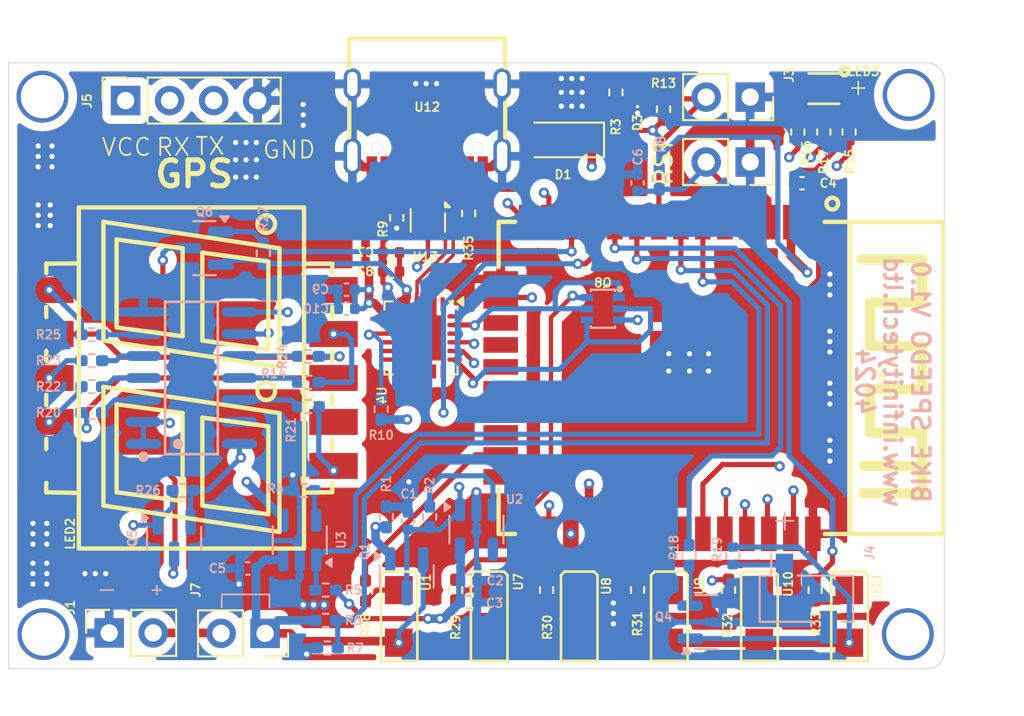
<source format=kicad_pcb>
(kicad_pcb (version 20240108) (generator "pcbnew") (generator_version "8.0")
  (layers (0 "F.Cu" signal) (1 "In1.Cu" signal) (2 "In2.Cu" signal) (31 "B.Cu" signal) (34 "B.Paste" user) (35 "F.Paste" user) (36 "B.SilkS" user "B.Silkscreen") (37 "F.SilkS" user "F.Silkscreen") (38 "B.Mask" user) (39 "F.Mask" user) (44 "Edge.Cuts" user))
  (net 0 "")
  (net 1 "/L_OB5")
  (net 2 "/GPS_RX")
  (net 4 "/L_OB3")
  (net 5 "/SW1_IN")
  (net 6 "/LED_BT")
  (net 7 "/L_OB1")
  (net 8 "/DIG2_EN")
  (net 9 "/LED_B")
  (net 11 "VBAT_SEN")
  (net 12 "ESP-RST")
  (net 13 "/BUZ")
  (net 14 "/GPS_TX")
  (net 16 "GND")
  (net 18 "STATUS")
  (net 20 "/SN_CLR")
  (net 21 "+3V3")
  (net 22 "/GPIO2")
  (net 23 "/LED_G")
  (net 25 "/LED_R")
  (net 26 "/TX0")
  (net 28 "/GPIO0")
  (net 30 "/RX0")
  (net 31 "/L_OB2")
  (net 32 "/L_OB4")
  (net 33 "/DIG1_EN")
  (net 35 "/SN_CLK")
  (net 36 "/SN_DATA")
  (net 37 "/QH")
  (net 38 "/QC")
  (net 39 "/QE")
  (net 40 "/QG")
  (net 41 "/QD")
  (net 42 "/QB")
  (net 43 "/QA")
  (net 44 "/QF")
  (net 45 "Net-(LED2-B)")
  (net 46 "Net-(LED2-G)")
  (net 47 "Net-(LED2-C)")
  (net 48 "Net-(LED2-E)")
  (net 49 "Net-(LED2-DIG2)")
  (net 50 "Net-(LED2-DIG1)")
  (net 51 "Net-(LED2-A)")
  (net 52 "Net-(LED2-F)")
  (net 54 "Net-(LED2-D)")
  (net 55 "Net-(LED3-B-)")
  (net 56 "Net-(LED3-G-)")
  (net 57 "Net-(LED3-R-)")
  (net 58 "+BATT")
  (net 59 "Net-(D1A-K)")
  (net 60 "Net-(U2-EN)")
  (net 61 "Net-(U3-PROG)")
  (net 62 "Net-(D3-A)")
  (net 63 "Net-(U12-CC2)")
  (net 64 "Net-(U4-~{RST})")
  (net 65 "Net-(U12-CC1)")
  (net 66 "/RTS")
  (net 67 "/DTR")
  (net 68 "Net-(U12-DP1)")
  (net 69 "Net-(U1-C)")
  (net 70 "Net-(U7-C)")
  (net 71 "Net-(U8-C)")
  (net 72 "Net-(U9-C)")
  (net 73 "Net-(U10-C)")
  (net 74 "Net-(U11-C)")
  (net 75 "VBUS")
  (net 78 "Net-(U12-DN1)")
  (net 81 "/USB_N")
  (net 89 "/USB_P")
  (net 94 "Net-(J1-Pin_2)")
  (net 95 "Net-(J4-Pin_2)")
  (net 96 "Net-(J4-Pin_1)")
  (net 97 "Net-(Q4-B)")
  (footprint "Capacitor_SMD:C_0402_1005Metric" (layer "F.Cu") (at 123.072893 108.257107 180)
    (property "Reference" "C7")
    (property "Value" "1u")
  )
  (footprint "Resistor_SMD:R_0402_1005Metric" (layer "F.Cu") (at 149.5 101.3 90)
    (property "Reference" "R15")
    (property "Value" "150")
  )
  (footprint "Resistor_SMD:R_0402_1005Metric_Pad0.72x0.64mm_HandSolder" (layer "F.Cu") (at 138.792893 99.982107 90)
    (property "Reference" "R13")
    (property "Value" "10k")
  )
  (footprint "Resistor_SMD:R_0402_1005Metric_Pad0.72x0.64mm_HandSolder" (layer "F.Cu") (at 142.542893 127.757107 -90)
    (property "Reference" "R32")
    (property "Value" "330")
  )
  (footprint "Resistor_SMD:R_0402_1005Metric_Pad0.72x0.64mm_HandSolder" (layer "F.Cu") (at 127.542893 106.007107 -90)
    (property "Reference" "R35")
    (property "Value" "5K1")
  )
  (footprint "easyeda2kicad:LED1206-RD" (layer "F.Cu") (at 123.512893 129.277107 -90)
    (property "Reference" "U1")
    (property "Value" "APTD3216SECK")
  )
  (footprint "easyeda2kicad:LED-SEG-SMD_SLS0392FW2A1GD" (layer "F.Cu") (at 111.542893 115.507107 90)
    (property "Reference" "LED2")
    (property "Value" "SLS0392FW2A1GD")
  )
  (footprint "Resistor_SMD:R_0402_1005Metric_Pad0.72x0.64mm_HandSolder" (layer "F.Cu") (at 132.042893 127.757107 -90)
    (property "Reference" "R30")
    (property "Value" "330")
  )
  (footprint "Resistor_SMD:R_0402_1005Metric_Pad0.72x0.64mm_HandSolder" (layer "F.Cu") (at 136.042893 99.007107 -90)
    (property "Reference" "R3")
    (property "Value" "1K")
  )
  (footprint "Resistor_SMD:R_0402_1005Metric_Pad0.72x0.64mm_HandSolder" (layer "F.Cu") (at 137.292893 127.757107 -90)
    (property "Reference" "R31")
    (property "Value" "330")
  )
  (footprint "Package_TO_SOT_SMD:SOT-666" (layer "F.Cu") (at 125.190393 106.404607 -90)
    (property "Reference" "U13")
    (property "Value" "USBLC6-2P6")
  )
  (footprint "Resistor_SMD:R_0402_1005Metric_Pad0.72x0.64mm_HandSolder" (layer "F.Cu") (at 123.392893 106.257107 90)
    (property "Reference" "R9")
    (property "Value" "5K1")
  )
  (footprint "Capacitor_SMD:C_0402_1005Metric" (layer "F.Cu") (at 123.072893 109.357107 180)
    (property "Reference" "C8")
    (property "Value" "100n")
  )
  (footprint "Connector_PinSocket_2.54mm:PinSocket_1x04_P2.54mm_Vertical" (layer "F.Cu") (at 107.742893 99.482107 90)
    (property "Reference" "J5")
    (property "Value" "GPS")
  )
  (footprint "easyeda2kicad:WIFIM-SMD_ESP32-WROOM-32-N4" (layer "F.Cu") (at 138.402893 115.507107 -90)
    (property "Reference" "U6")
    (property "Value" "ESP32-WROOM-32")
  )
  (footprint "easyeda2kicad:LED1206-RD" (layer "F.Cu") (at 128.712893 129.277107 -90)
    (property "Reference" "U7")
    (property "Value" "APTD3216SECK")
  )
  (footprint "Resistor_SMD:R_0402_1005Metric" (layer "F.Cu") (at 148.042893 101.3 90)
    (property "Reference" "R17")
    (property "Value" "100")
  )
  (footprint "Package_DFN_QFN:QFN-24-1EP_4x4mm_P0.5mm_EP2.6x2.6mm" (layer "F.Cu") (at 124.792893 113.194607 -90)
    (property "Reference" "U4")
    (property "Value" "CP2104")
  )
  (footprint "Resistor_SMD:R_0402_1005Metric_Pad0.72x0.64mm_HandSolder" (layer "F.Cu") (at 126.792893 127.757107 -90)
    (property "Reference" "R29")
    (property "Value" "330")
  )
  (footprint "Capacitor_SMD:C_0402_1005Metric" (layer "F.Cu") (at 146.792893 104.257107)
    (property "Reference" "C4")
    (property "Value" "10uF")
  )
  (footprint "easyeda2kicad:USB-C-SMD_G-SWITCH_GT-USB-7010ASV" (layer "F.Cu") (at 125.152893 100.922107 180)
    (property "Reference" "U12")
    (property "Value" "GT-USB-7010ASV")
  )
  (footprint "Resistor_SMD:R_0402_1005Metric_Pad0.72x0.64mm_HandSolder" (layer "F.Cu") (at 147.542893 127.757107 -90)
    (property "Reference" "R33")
    (property "Value" "330")
  )
  (footprint "Diode_SMD:D_SOD-123" (layer "F.Cu") (at 132.997893 101.757107 180)
    (property "Reference" "D1")
    (property "Value" "MBR120")
  )
  (footprint "easyeda2kicad:LED1206-RD" (layer "F.Cu") (at 149.512893 129.277107 -90)
    (property "Reference" "U11")
    (property "Value" "APTD3216SECK")
  )
  (footprint "Connector_PinSocket_2.54mm:PinSocket_1x02_P2.54mm_Vertical" (layer "F.Cu") (at 115.792893 130.257107 -90)
    (property "Reference" "J7")
    (property "Value" "ON")
  )
  (footprint "Connector_PinSocket_2.54mm:PinSocket_1x02_P2.54mm_Vertical" (layer "F.Cu") (at 106.792893 130.232107 90)
    (property "Reference" "J1")
    (property "Value" "BAT")
  )
  (footprint "easyeda2kicad:LED1206-RD" (layer "F.Cu") (at 144.312893 129.277107 -90)
    (property "Reference" "U10")
    (property "Value" "APTD3216SECK")
  )
  (footprint "Resistor_SMD:R_0402_1005Metric" (layer "F.Cu") (at 146.542893 101.3 90)
    (property "Reference" "R16")
    (property "Value" "100")
  )
  (footprint "easyeda2kicad:LED1206-RD" (layer "F.Cu") (at 139.112893 129.277107 -90)
    (property "Reference" "U9")
    (property "Value" "APTD3216SECK")
  )
  (footprint "easyeda2kicad:LED1206-RD" (layer "F.Cu") (at 133.912893 129.277107 -90)
    (property "Reference" "U8")
    (property "Value" "APTD3216SECK")
  )
  (footprint "easyeda2kicad:LED-ARRAY-SMD_4P-L1.6-W1.6-TR_EVERLIGHT_RSGHBHW1-S03" (layer "F.Cu") (at 148.042893 98.8)
    (property "Reference" "LED3")
    (property "Value" "19-037A/RSGHBHW1-S03/2T")
  )
  (footprint "Connector_PinSocket_2.54mm:PinSocket_1x02_P2.54mm_Vertical" (layer "F.Cu") (at 143.792893 103.032107 -90)
    (property "Reference" "RST")
    (property "Value" "RST")
  )
  (footprint "Connector_PinSocket_2.54mm:PinSocket_1x02_P2.54mm_Vertical" (layer "F.Cu") (at 143.792893 99.282107 -90)
    (property "Reference" "J3")
    (property "Value" "SW1")
  )
  (footprint "Resistor_SMD:R_0402_1005Metric_Pad0.72x0.64mm_HandSolder" (layer "F.Cu") (at 121.592893 127.807107 -90)
    (property "Reference" "R28")
    (property "Value" "330")
  )
  (footprint "LED_SMD:LED_0402_1005Metric" (layer "F.Cu") (at 137.292893 98.742107 90)
    (property "Reference" "D3")
    (property "Value" "3V3")
  )
  (footprint "Package_TO_SOT_SMD:SOT-23" (layer "B.Cu") (at 123.967893 126.964607 -90)
    (property "Reference" "Q1")
    (property "Value" "DMG3415U")
  )
  (footprint "Resistor_SMD:R_0402_1005Metric_Pad0.72x0.64mm_HandSolder" (layer "B.Cu") (at 118.292893 114.257107 180)
    (property "Reference" "R24")
    (property "Value" "330")
  )
  (footprint "Resistor_SMD:R_0402_1005Metric" (layer "B.Cu") (at 142.792893 125.782107 -90)
    (property "Reference" "R19")
    (property "Value" "100")
  )
  (footprint "easyeda2kicad:SOIC-14_L8.7-W3.9-P1.27-LS6.0-BL" (layer "B.Cu") (at 111.542893 115.507107 90)
    (property "Reference" "U5")
    (property "Value" "SN74HC164DR")
  )
  (footprint "Package_TO_SOT_SMD:SOT-23" (layer "B.Cu") (at 141.267893 129.607107)
    (property "Reference" "Q4")
    (property "Value" "NPN")
  )
  (footprint "Resistor_SMD:R_0402_1005Metric_Pad0.72x0.64mm_HandSolder" (layer "B.Cu") (at 138.542893 104.007107 -90)
    (property "Reference" "R8")
    (property "Value" "100K")
  )
  (footprint "Resistor_SMD:R_0402_1005Metric_Pad0.72x0.64mm_HandSolder" (layer "B.Cu") (at 119.292893 129.507107)
    (property "Reference" "R6")
    (property "Value" "100K")
  )
  (footprint "Resistor_SMD:R_0402_1005Metric_Pad0.72x0.64mm_HandSolder" (layer "B.Cu") (at 118.292893 117.159607)
    (property "Reference" "R21")
    (property "Value" "330")
  )
  (footprint "Resistor_SMD:R_0402_1005Metric_Pad0.72x0.64mm_HandSolder" (layer "B.Cu") (at 119.390393 131.104607 180)
    (property "Reference" "R7")
    (property "Value" "100K")
  )
  (footprint "Resistor_SMD:R_0402_1005Metric_Pad0.72x0.64mm_HandSolder" (layer "B.Cu") (at 105.792893 113.007107)
    (property "Reference" "R25")
    (property "Value" "330")
  )
  (footprint "Resistor_SMD:R_0402_1005Metric_Pad0.72x0.64mm_HandSolder" (layer "B.Cu") (at 122.492893 117.307107 -90)
    (property "Reference" "R10")
    (property "Value" "4K7")
  )
  (footprint "Capacitor_SMD:C_0402_1005Metric" (layer "B.Cu") (at 124.042893 123.777107 90)
    (property "Reference" "C1")
    (property "Value" "10uF")
  )
  (footprint "Resistor_SMD:R_0402_1005Metric_Pad0.72x0.64mm_HandSolder" (layer "B.Cu") (at 105.792893 114.507107)
    (property "Reference" "R23")
    (property "Value" "330")
  )
  (footprint "Capacitor_SMD:C_0402_1005Metric" (layer "B.Cu") (at 120.492893 110.407107 180)
    (property "Reference" "C9")
    (property "Value" "1u")
  )
  (footprint "Resistor_SMD:R_0402_1005Metric_Pad0.72x0.64mm_HandSolder" (layer "B.Cu") (at 115.692893 108.304607 -90)
    (property "Reference" "R27")
    (property "Value" "1k")
  )
  (footprint "Package_TO_SOT_SMD:SOT-23" (layer "B.Cu") (at 110.542893 124.757107 -90)
    (property "Reference" "Q5")
    (property "Value" "DMG3415U")
  )
  (footprint "Resistor_SMD:R_0402_1005Metric_Pad0.72x0.64mm_HandSolder" (layer "B.Cu") (at 105.792893 117.507107 180)
    (property "Reference" "R20")
    (property "Value" "330")
  )
  (footprint "Capacitor_SMD:C_0402_1005Metric" (layer "B.Cu") (at 120.492893 111.507107 180)
    (property "Reference" "C10")
    (property "Value" "100n")
  )
  (footprint "Resistor_SMD:R_0402_1005Metric_Pad0.72x0.64mm_HandSolder" (layer "B.Cu") (at 140.267893 125.757107 -90)
    (property "Reference" "R18")
    (property "Value" "1k")
  )
  (footprint "Resistor_SMD:R_0402_1005Metric_Pad0.72x0.64mm_HandSolder" (layer "B.Cu") (at 119.292893 127.757107)
    (property "Reference" "R5")
    (property "Value" "10K")
  )
  (footprint "Connector_PinSocket_2.54mm:PinSocket_1x02_P2.54mm_Vertical_SMD_Pin1Left" (layer "B.Cu") (at 147.042893 128.257107 -90)
    (property "Reference" "J4")
    (property "Value" "BUZ")
  )
  (footprint "easyeda2kicad:SOT-363_L2.0-W1.3-P0.65-LS2.1-TL" (layer "B.Cu") (at 135.292893 111.507107 180)
    (property "Reference" "Q8")
    (property "Value" "LMUN5214DW1T1G")
  )
  (footprint "Capacitor_SMD:C_0402_1005Metric" (layer "B.Cu") (at 127.555786 127.214214)
    (property "Reference" "C2")
    (property "Value" "10uF")
  )
  (footprint "Capacitor_SMD:C_0402_1005Metric" (layer "B.Cu") (at 114.792893 126.507107 180)
    (property "Reference" "C5")
    (property "Value" "10uF")
  )
  (footprint "Resistor_SMD:R_0402_1005Metric_Pad0.72x0.64mm_HandSolder" (layer "B.Cu") (at 118.042893 122.007107 180)
    (property "Reference" "R4")
    (property "Value" "4.7K")
  )
  (footprint "Resistor_SMD:R_0402_1005Metric_Pad0.72x0.64mm_HandSolder" (layer "B.Cu") (at 122.792893 123.527107 90)
    (property "Reference" "R1")
    (property "Value" "100K")
  )
  (footprint "Resistor_SMD:R_0402_1005Metric_Pad0.72x0.64mm_HandSolder" (layer "B.Cu") (at 111.042893 122.007107)
    (property "Reference" "R26")
    (property "Value" "1k")
  )
  (footprint "Resistor_SMD:R_0402_1005Metric_Pad0.72x0.64mm_HandSolder" (layer "B.Cu") (at 105.792893 116.007107)
    (property "Reference" "R22")
    (property "Value" "330")
  )
  (footprint "Package_TO_SOT_SMD:SOT-23" (layer "B.Cu") (at 112.292893 108.007107 180)
    (property "Reference" "Q6")
    (property "Value" "DMG3415U")
  )
  (footprint "Package_TO_SOT_SMD:SOT-23-5" (layer "B.Cu") (at 127.992893 124.257107 -90)
    (property "Reference" "U2")
    (property "Value" "AP2112K-3.3")
  )
  (footprint "Resistor_SMD:R_0402_1005Metric_Pad0.72x0.64mm_HandSolder" (layer "B.Cu") (at 118.292893 115.757107)
    (property "Reference" "R14")
    (property "Value" "330")
  )
  (footprint "Package_TO_SOT_SMD:SOT-23-5" (layer "B.Cu") (at 117.792893 124.869607 90)
    (property "Reference" "U3")
    (property "Value" "MCP73831-2-OT")
  )
  (footprint "Capacitor_SMD:C_0402_1005Metric" (layer "B.Cu") (at 127.535786 128.464214)
    (property "Reference" "C3")
    (property "Value" "1uF")
  )
  (footprint "Resistor_SMD:R_0402_1005Metric_Pad0.72x0.64mm_HandSolder" (layer "B.Cu") (at 125.292893 123.527107 -90)
    (property "Reference" "R2")
    (property "Value" "100K")
  )
  (footprint "Capacitor_SMD:C_0402_1005Metric" (layer "B.Cu") (at 137.292893 104.237107 90)
    (property "Reference" "C6")
    (property "Value" "1uF")
  )
  (gr_line (start 145.292893 123.757107) (end 146.292893 123.757107) (stroke (width 0.1)) (layer "B.SilkS"))
  (gr_line (start 145.792893 123.257107) (end 145.792893 124.257107) (stroke (width 0.1)) (layer "B.SilkS"))
  (gr_line (start 106.292893 127.757107) (end 107.042893 127.757107) (stroke (width 0.1)) (layer "B.SilkS"))
  (gr_line (start 113.292893 128.007107) (end 116.042893 128.007107) (stroke (width 0.1)) (layer "B.SilkS"))
  (gr_line (start 145.792893 124.257107) (end 145.792893 123.757107) (stroke (width 0.1)) (layer "B.SilkS"))
  (gr_line (start 113.292893 128.757107) (end 113.292893 128.007107) (stroke (width 0.1)) (layer "B.SilkS"))
  (gr_line (start 116.042893 128.007107) (end 116.042893 128.757107) (stroke (width 0.1)) (layer "B.SilkS"))
  (gr_line (start 109.292893 127.757107) (end 109.792893 127.757107) (stroke (width 0.1)) (layer "B.SilkS"))
  (gr_line (start 109.542893 127.507107) (end 109.542893 128.007107) (stroke (width 0.1)) (layer "B.SilkS"))
  (gr_arc (start 155 131.3) (mid 154.707107 132.007107) (end 154 132.3) (stroke (width 0.05)) (layer "Edge.Cuts"))
  (gr_line (start 155 98.3) (end 155 131.3) (stroke (width 0.05)) (layer "Edge.Cuts"))
  (gr_line (start 154 132.307107) (end 100.992893 132.307107) (stroke (width 0.05)) (layer "Edge.Cuts"))
  (gr_line (start 100.992893 132.307107) (end 100.992893 97.3) (stroke (width 0.05)) (layer "Edge.Cuts"))
  (gr_arc (start 154 97.3) (mid 154.707107 97.592893) (end 155 98.3) (stroke (width 0.05)) (layer "Edge.Cuts"))
  (gr_line (start 100.992893 97.3) (end 153.996446 97.3) (stroke (width 0.05)) (layer "Edge.Cuts"))
  (gr_text "BIKE SPEEDO V1.0\nwww.infinitytech.ltd\n4024" (at 149.818949 115.733163 -90) (layer "B.SilkS") (effects (font (size 1 1) (thickness 0.2) (bold yes)) (justify bottom mirror)))
  (gr_text "TX" (at 111.692893 102.707107 0) (layer "F.SilkS") (effects (font (size 1 1) (thickness 0.1)) (justify left bottom)))
  (gr_text "GND" (at 115.592893 102.907107 0) (layer "F.SilkS") (effects (font (size 1 1) (thickness 0.1)) (justify left bottom)))
  (gr_text "VCC" (at 106.292893 102.757107 0) (layer "F.SilkS") (effects (font (size 1 1) (thickness 0.1)) (justify left bottom)))
  (gr_text "GPS" (at 109.292893 104.607107 0) (layer "F.SilkS") (effects (font (size 1.5 1.5) (thickness 0.3) (bold yes)) (justify left bottom)))
  (gr_text "RX" (at 109.442893 102.757107 0) (layer "F.SilkS") (effects (font (size 1 1) (thickness 0.1)) (justify left bottom)))
  (via (at 152.892893 130.307107) (size 3) (drill 2.5) (layers "F.Cu" "B.Cu") (net 0))
  (via (at 152.942893 99.157107) (size 3) (drill 2.5) (layers "F.Cu" "B.Cu") (net 0))
  (via (at 102.942893 99.257107) (size 3) (drill 2.5) (layers "F.Cu" "B.Cu") (net 0))
  (via (at 103 130.3) (size 3) (drill 2.5) (layers "F.Cu" "B.Cu") (net 0))
  (segment (start 148.542893 125.507107) (end 148.542893 126.159607) (width 0.3) (layer "F.Cu") (net 1))
  (segment (start 135.982893 108.007107) (end 135.982893 106.507107) (width 0.3) (layer "F.Cu") (net 1))
  (segment (start 148.542893 126.159607) (end 147.542893 127.159607) (width 0.3) (layer "F.Cu") (net 1))
  (via (at 135.982893 108.007107) (size 0.6) (drill 0.3) (layers "F.Cu" "B.Cu") (net 1))
  (via (at 148.542893 125.507107) (size 0.6) (drill 0.3) (layers "F.Cu" "B.Cu") (net 1))
  (segment (start 148.542893 122.507107) (end 148.542893 125.507107) (width 0.3) (layer "B.Cu") (net 1))
  (segment (start 142.914211 108.007107) (end 146.042893 111.135789) (width 0.3) (layer "B.Cu") (net 1))
  (segment (start 146.042893 111.135789) (end 146.042893 120.007107) (width 0.3) (layer "B.Cu") (net 1))
  (segment (start 146.042893 120.007107) (end 148.542893 122.507107) (width 0.3) (layer "B.Cu") (net 1))
  (segment (start 135.982893 108.007107) (end 142.914211 108.007107) (width 0.3) (layer "B.Cu") (net 1))
  (via (at 133.442893 124.507107) (size 0.6) (drill 0.3) (layers "F.Cu" "B.Cu") (net 2))
  (segment (start 138.522893 125.929607) (end 137.292893 127.159607) (width 0.3) (layer "F.Cu") (net 4))
  (segment (start 138.522893 124.507107) (end 138.522893 125.929607) (width 0.3) (layer "F.Cu") (net 4))
  (segment (start 138.522893 106.507107) (end 138.522893 102.012107) (width 0.3) (layer "F.Cu") (net 5))
  (segment (start 138.522893 102.012107) (end 141.252893 99.282107) (width 0.3) (layer "F.Cu") (net 5))
  (segment (start 138.792893 99.384607) (end 141.150393 99.384607) (width 0.3) (layer "F.Cu") (net 5))
  (segment (start 141.150393 99.384607) (end 141.252893 99.282107) (width 0.3) (layer "F.Cu") (net 5))
  (segment (start 121.592893 126.287868) (end 127.933654 119.947107) (width 0.3) (layer "F.Cu") (net 6))
  (segment (start 127.933654 119.947107) (end 129.392893 119.947107) (width 0.3) (layer "F.Cu") (net 6))
  (segment (start 121.592893 127.209607) (end 121.592893 126.287868) (width 0.3) (layer "F.Cu") (net 6))
  (segment (start 135.982893 124.507107) (end 135.982893 125.807107) (width 0.3) (layer "F.Cu") (net 7))
  (segment (start 135.982893 125.807107) (end 135.782893 126.007107) (width 0.3) (layer "F.Cu") (net 7))
  (segment (start 127.945393 126.007107) (end 126.792893 127.159607) (width 0.3) (layer "F.Cu") (net 7))
  (segment (start 135.782893 126.007107) (end 127.945393 126.007107) (width 0.3) (layer "F.Cu") (net 7))
  (segment (start 133.483273 108.197487) (end 133.483273 106.547487) (width 0.3) (layer "F.Cu") (net 8))
  (segment (start 133.483273 106.547487) (end 133.442893 106.507107) (width 0.3) (layer "F.Cu") (net 8))
  (via (at 133.483273 108.197487) (size 0.6) (drill 0.3) (layers "F.Cu" "B.Cu") (net 8))
  (segment (start 116.192893 108.207107) (end 115.692893 107.707107) (width 0.3) (layer "B.Cu") (net 8))
  (segment (start 133.483273 108.197487) (end 133.473653 108.207107) (width 0.3) (layer "B.Cu") (net 8))
  (segment (start 113.230393 107.057107) (end 115.092893 107.057107) (width 0.3) (layer "B.Cu") (net 8))
  (segment (start 115.092893 107.057107) (end 115.542893 107.507107) (width 0.3) (layer "B.Cu") (net 8))
  (segment (start 133.473653 108.207107) (end 116.192893 108.207107) (width 0.3) (layer "B.Cu") (net 8))
  (segment (start 148.042893 102.007107) (end 147.292893 102.757107) (width 0.3) (layer "F.Cu") (net 9))
  (segment (start 145.39289 120.507107) (end 142.192893 120.507107) (width 0.3) (layer "F.Cu") (net 9))
  (segment (start 142.192893 120.507107) (end 141.062893 121.637107) (width 0.3) (layer "F.Cu") (net 9))
  (segment (start 148.042893 101.81) (end 148.042893 102.007107) (width 0.3) (layer "F.Cu") (net 9))
  (segment (start 145.49289 120.607107) (end 145.39289 120.507107) (width 0.3) (layer "F.Cu") (net 9))
  (segment (start 141.062893 121.637107) (end 141.062893 124.507107) (width 0.3) (layer "F.Cu") (net 9))
  (via (at 145.49289 120.607107) (size 0.6) (drill 0.3) (layers "F.Cu" "B.Cu") (net 9))
  (via (at 147.292893 102.757107) (size 0.6) (drill 0.3) (layers "F.Cu" "B.Cu") (net 9))
  (segment (start 139.792893 106.507107) (end 139.792893 109.257107) (width 0.3) (layer "F.Cu") (net 11))
  (via (at 139.792893 109.257107) (size 0.6) (drill 0.3) (layers "F.Cu" "B.Cu") (net 11))
  (segment (start 121.521446 122.48566) (end 121.521446 128.778554) (width 0.3) (layer "B.Cu") (net 11))
  (segment (start 139.792893 109.257107) (end 139.842893 109.307107) (width 0.3) (layer "B.Cu") (net 11))
  (segment (start 144.792893 111.300001) (end 144.792893 119.257107) (width 0.3) (layer "B.Cu") (net 11))
  (segment (start 121.521446 128.778554) (end 120.792893 129.507107) (width 0.3) (layer "B.Cu") (net 11))
  (segment (start 119.987893 131.104607) (end 119.987893 129.604607) (width 0.3) (layer "B.Cu") (net 11))
  (segment (start 119.987893 129.604607) (end 119.890393 129.507107) (width 0.3) (layer "B.Cu") (net 11))
  (segment (start 120.792893 129.507107) (end 119.890393 129.507107) (width 0.3) (layer "B.Cu") (net 11))
  (segment (start 144.792893 119.257107) (end 124.749999 119.257107) (width 0.3) (layer "B.Cu") (net 11))
  (segment (start 139.842893 109.307107) (end 142.799999 109.307107) (width 0.3) (layer "B.Cu") (net 11))
  (segment (start 124.749999 119.257107) (end 121.521446 122.48566) (width 0.3) (layer "B.Cu") (net 11))
  (segment (start 142.799999 109.307107) (end 144.792893 111.300001) (width 0.3) (layer "B.Cu") (net 11))
  (segment (start 144.422893 104.757107) (end 142.727893 104.757107) (width 0.3) (layer "F.Cu") (net 12))
  (segment (start 142.727893 104.757107) (end 141.252893 103.282107) (width 0.3) (layer "F.Cu") (net 12))
  (segment (start 144.872893 105.207107) (end 144.422893 104.757107) (width 0.3) (layer "F.Cu") (net 12))
  (segment (start 144.872893 106.507107) (end 144.872893 105.207107) (width 0.3) (layer "F.Cu") (net 12))
  (via (at 137.292893 112.157107) (size 0.6) (drill 0.3) (layers "F.Cu" "B.Cu") (net 12))
  (segment (start 138.542893 104.604607) (end 139.930393 104.604607) (width 0.3) (layer "B.Cu") (net 12))
  (segment (start 137.292893 104.717107) (end 138.430393 104.717107) (width 0.3) (layer "B.Cu") (net 12))
  (segment (start 137.292893 112.157107) (end 136.212893 112.157107) (width 0.3) (layer "B.Cu") (net 12))
  (segment (start 139.930393 104.604607) (end 141.252893 103.282107) (width 0.3) (layer "B.Cu") (net 12))
  (segment (start 138.430393 104.717107) (end 138.542893 104.604607) (width 0.3) (layer "B.Cu") (net 12))
  (segment (start 137.252893 108.657107) (end 137.252893 106.507107) (width 0.3) (layer "F.Cu") (net 13))
  (via (at 137.252893 108.657107) (size 0.6) (drill 0.3) (layers "F.Cu" "B.Cu") (net 13))
  (segment (start 145.042893 120.007107) (end 141.542893 120.007107) (width 0.3) (layer "B.Cu") (net 13))
  (segment (start 141.542893 120.007107) (end 140.267893 121.282107) (width 0.3) (layer "B.Cu") (net 13))
  (segment (start 145.542893 119.507107) (end 145.042893 120.007107) (width 0.3) (layer "B.Cu") (net 13))
  (segment (start 140.267893 121.282107) (end 140.267893 125.159607) (width 0.3) (layer "B.Cu") (net 13))
  (segment (start 137.302893 108.607107) (end 142.807105 108.607107) (width 0.3) (layer "B.Cu") (net 13))
  (segment (start 137.252893 108.657107) (end 137.302893 108.607107) (width 0.3) (layer "B.Cu") (net 13))
  (segment (start 142.807105 108.607107) (end 145.542893 111.342895) (width 0.3) (layer "B.Cu") (net 13))
  (segment (start 145.542893 111.342895) (end 145.542893 119.507107) (width 0.3) (layer "B.Cu") (net 13))
  (segment (start 134.492893 124.287107) (end 134.712893 124.507107) (width 0.5) (layer "F.Cu") (net 14))
  (segment (start 134.492893 121.607107) (end 134.492893 124.287107) (width 0.5) (layer "F.Cu") (net 14))
  (via (at 134.492893 121.607107) (size 0.6) (drill 0.3) (layers "F.Cu" "B.Cu") (net 14))
  (segment (start 125.542893 111.257107) (end 125.542893 112.444607) (width 0.3) (layer "F.Cu") (net 16))
  (segment (start 124.492893 98.507107) (end 125.692893 98.507107) (width 0.3) (layer "F.Cu") (net 16))
  (segment (start 132.892893 98.207107) (end 134.092893 98.207107) (width 0.3) (layer "F.Cu") (net 16))
  (segment (start 147.272893 104.257107) (end 147.272893 106.367107) (width 0.3) (layer "F.Cu") (net 16))
  (segment (start 137.292893 99.227107) (end 137.292893 100.207107) (width 0.5) (layer "F.Cu") (net 16))
  (segment (start 129.392893 108.507107) (end 129.392893 109.787107) (width 0.3) (layer "F.Cu") (net 16))
  (segment (start 125.542893 112.444607) (end 124.792893 113.194607) (width 0.3) (layer "F.Cu") (net 16))
  (segment (start 103.392893 105.507107) (end 103.392893 106.707107) (width 0.3) (layer "F.Cu") (net 16))
  (segment (start 103.492893 102.107107) (end 102.692893 102.107107) (width 0.3) (layer "F.Cu") (net 16))
  (segment (start 148.392893 109.507107) (end 148.392893 110.707107) (width 0.3) (layer "F.Cu") (net 16))
  (segment (start 121.452893 103.322107) (end 120.832893 102.702107) (width 0.5) (layer "F.Cu") (net 16))
  (segment (start 103.492893 103.307107) (end 102.692893 103.307107) (width 0.3) (layer "F.Cu") (net 16))
  (segment (start 147.742893 109.807107) (end 142.722893 114.827107) (width 0.3) (layer "F.Cu") (net 16))
  (segment (start 147.742893 106.837107) (end 147.742893 109.807107) (width 0.3) (layer "F.Cu") (net 16))
  (segment (start 128.352893 103.322107) (end 128.852893 103.322107) (width 0.5) (layer "F.Cu") (net 16))
  (segment (start 147.272893 106.367107) (end 147.412893 106.507107) (width 0.3) (layer "F.Cu") (net 16))
  (segment (start 114.092893 103.907107) (end 115.292893 103.907107) (width 0.3) (layer "F.Cu") (net 16))
  (segment (start 132.892893 99.807107) (end 134.092893 99.807107) (width 0.3) (layer "F.Cu") (net 16))
  (segment (start 148.392893 115.807107) (end 148.392893 117.007107) (width 0.3) (layer "F.Cu") (net 16))
  (segment (start 127.192893 106.254607) (end 127.542893 106.604607) (width 0.3) (layer "F.Cu") (net 16))
  (segment (start 126.515297 109.787107) (end 129.392893 109.787107) (width 0.3) (layer "F.Cu") (net 16))
  (segment (start 123.292893 106.854607) (end 123.392893 106.854607) (width 0.3) (layer "F.Cu") (net 16))
  (segment (start 115.292893 101.907107) (end 115.292893 103.907107) (width 0.3) (layer "F.Cu") (net 16))
  (segment (start 147.412893 106.507107) (end 147.742893 106.837107) (width 0.3) (layer "F.Cu") (net 16))
  (segment (start 143.792893 99.282107) (end 143.792893 103.032107) (width 0.5) (layer "F.Cu") (net 16))
  (segment (start 114.692893 101.907107) (end 114.692893 103.907107) (width 0.3) (layer "F.Cu") (net 16))
  (segment (start 122.592893 107.654607) (end 122.592893 108.257107) (width 0.3) (layer "F.Cu") (net 16))
  (segment (start 125.190393 105.479607) (end 125.190393 106.157107) (width 0.3) (layer "F.Cu") (net 16))
  (segment (start 123.292893 106.854607) (end 123.292893 106.854607) (width 0.3) (layer "F.Cu") (net 16))
  (segment (start 128.852893 103.322107) (end 129.472893 102.702107) (width 0.5) (layer "F.Cu") (net 16))
  (segment (start 148.392893 119.107107) (end 148.392893 120.307107) (width 0.3) (layer "F.Cu") (net 16))
  (segment (start 142.722893 114.827107) (end 140.062893 114.827107) (width 0.3) (layer "F.Cu") (net 16))
  (segment (start 125.092893 106.254607) (end 127.192893 106.254607) (width 0.3) (layer "F.Cu") (net 16))
  (segment (start 114.092893 102.907107) (end 115.292893 102.907107) (width 0.3) (layer "F.Cu") (net 16))
  (segment (start 123.392893 106.854607) (end 122.592893 107.654607) (width 0.3) (layer "F.Cu") (net 16))
  (segment (start 127.542893 106.657107) (end 129.392893 108.507107) (width 0.3) (layer "F.Cu") (net 16))
  (segment (start 123.392893 106.754607) (end 123.892893 106.254607) (width 0.3) (layer "F.Cu") (net 16))
  (segment (start 122.592893 108.257107) (end 122.592893 109.357107) (width 0.3) (layer "F.Cu") (net 16))
  (segment (start 122.592893 109.992352) (end 122.877186 110.276645) (width 0.3) (layer "F.Cu") (net 16))
  (segment (start 114.092893 101.907107) (end 115.292893 101.907107) (width 0.3) (layer "F.Cu") (net 16))
  (segment (start 102.692893 102.707107) (end 103.492893 102.707107) (width 0.3) (layer "F.Cu") (net 16))
  (segment (start 103.392893 106.107107) (end 102.692893 106.107107) (width 0.3) (layer "F.Cu") (net 16))
  (segment (start 117.992893 99.707107) (end 117.992893 100.907107) (width 0.3) (layer "F.Cu") (net 16))
  (segment (start 148.392893 112.807107) (end 148.392893 114.007107) (width 0.3) (layer "F.Cu") (net 16))
  (segment (start 122.592893 109.357107) (end 122.592893 109.992352) (width 0.3) (layer "F.Cu") (net 16))
  (segment (start 102.692893 102.107107) (end 102.692893 103.307107) (width 0.3) (layer "F.Cu") (net 16))
  (segment (start 132.892893 99.007107) (end 134.092893 99.007107) (width 0.3) (layer "F.Cu") (net 16))
  (segment (start 114.092893 101.907107) (end 114.092893 103.907107) (width 0.3) (layer "F.Cu") (net 16))
  (segment (start 127.542893 106.604607) (end 127.542893 106.657107) (width 0.3) (layer "F.Cu") (net 16))
  (segment (start 121.952893 103.322107) (end 121.452893 103.322107) (width 0.5) (layer "F.Cu") (net 16))
  (segment (start 133.492893 98.207107) (end 133.492893 99.807107) (width 0.3) (layer "F.Cu") (net 16))
  (segment (start 102.692893 105.507107) (end 102.692893 106.707107) (width 0.3) (layer "F.Cu") (net 16))
  (segment (start 102.692893 106.707107) (end 103.392893 106.707107) (width 0.3) (layer "F.Cu") (net 16))
  (segment (start 123.892893 106.254607) (end 125.092893 106.254607) (width 0.3) (layer "F.Cu") (net 16))
  (segment (start 134.092893 98.207107) (end 134.092893 99.807107) (width 0.3) (layer "F.Cu") (net 16))
  (segment (start 103.492893 102.107107) (end 103.492893 103.307107) (width 0.3) (layer "F.Cu") (net 16))
  (segment (start 102.692893 105.507107) (end 103.392893 105.507107) (width 0.3) (layer "F.Cu") (net 16))
  (segment (start 132.892893 98.207107) (end 132.892893 99.807107) (width 0.3) (layer "F.Cu") (net 16))
  (segment (start 123.392893 106.854607) (end 123.392893 106.754607) (width 0.3) (layer "F.Cu") (net 16))
  (segment (start 125.542893 111.257107) (end 125.542893 110.759511) (width 0.3) (layer "F.Cu") (net 16))
  (segment (start 125.190393 106.157107) (end 125.092893 106.254607) (width 0.3) (layer "F.Cu") (net 16))
  (segment (start 125.542893 110.759511) (end 126.515297 109.787107) (width 0.3) (layer "F.Cu") (net 16))
  (via (at 148.392893 113.407107) (size 0.6) (drill 0.3) (layers "F.Cu" "B.Cu") (net 16))
  (via (at 141.392893 114.107107) (size 0.6) (drill 0.3) (layers "F.Cu" "B.Cu") (net 16))
  (via (at 106.592893 126.807107) (size 0.6) (drill 0.3) (layers "F.Cu" "B.Cu") (net 16))
  (via (at 114.092893 101.907107) (size 0.6) (drill 0.3) (layers "F.Cu" "B.Cu") (net 16))
  (via (at 119.192893 128.607107) (size 0.6) (drill 0.3) (layers "F.Cu" "B.Cu") (net 16))
  (via (at 148.392893 110.707107) (size 0.6) (drill 0.3) (layers "F.Cu" "B.Cu") (net 16))
  (via (at 118.592893 128.607107) (size 0.6) (drill 0.3) (layers "F.Cu" "B.Cu") (net 16))
  (via (at 125.692893 98.507107) (size 0.6) (drill 0.3) (layers "F.Cu" "B.Cu") (net 16))
  (via (at 135.892893 128.507107) (size 0.6) (drill 0.3) (layers "F.Cu" "B.Cu") (net 16))
  (via (at 133.492893 99.007107) (size 0.6) (drill 0.3) (layers "F.Cu" "B.Cu") (net 16))
  (via (at 132.892893 98.207107) (size 0.6) (drill 0.3) (layers "F.Cu" "B.Cu") (net 16))
  (via (at 103.492893 102.707107) (size 0.6) (drill 0.3) (layers "F.Cu" "B.Cu") (net 16))
  (via (at 118.192893 131.457107) (size 0.6) (drill 0.3) (layers "F.Cu" "B.Cu") (net 16))
  (via (at 103.192893 126.807107) (size 0.6) (drill 0.3) (layers "F.Cu" "B.Cu") (net 16))
  (via (at 117.992893 100.307107) (size 0.6) (drill 0.3) (layers "F.Cu" "B.Cu") (net 16))
  (via (at 102.392893 127.407107) (size 0.6) (drill 0.3) (layers "F.Cu" "B.Cu") (net 16))
  (via (at 148.392893 120.307107) (size 0.6) (drill 0.3) (layers "F.Cu" "B.Cu") (net 16))
  (via (at 137.292893 100.207107) (size 0.6) (drill 0.3) (layers "F.Cu" "B.Cu") (net 16))
  (via (at 148.392893 119.107107) (size 0.6) (drill 0.3) (layers "F.Cu" "B.Cu") (net 16))
  (via (at 102.692893 103.307107) (size 0.6) (drill 0.3) (layers "F.Cu" "B.Cu") (net 16))
  (via (at 103.192893 127.407107) (size 0.6) (drill 0.3) (layers "F.Cu" "B.Cu") (net 16))
  (via (at 117.992893 99.707107) (size 0.6) (drill 0.3) (layers "F.Cu" "B.Cu") (net 16))
  (via (at 114.692893 101.907107) (size 0.6) (drill 0.3) (layers "F.Cu" "B.Cu") (net 16))
  (via (at 117.992893 100.907107) (size 0.6) (drill 0.3) (layers "F.Cu" "B.Cu") (net 16))
  (via (at 102.392893 124.507107) (size 0.6) (drill 0.3) (layers "F.Cu" "B.Cu") (net 16))
  (via (at 102.392893 123.907107) (size 0.6) (drill 0.3) (layers "F.Cu" "B.Cu") (net 16))
  (via (at 148.392893 112.807107) (size 0.6) (drill 0.3) (layers "F.Cu" "B.Cu") (net 16))
  (via (at 103.192893 126.207107) (size 0.6) (drill 0.3) (layers "F.Cu" "B.Cu") (net 16))
  (via (at 114.092893 102.907107) (size 0.6) (drill 0.3) (layers "F.Cu" "B.Cu") (net 16))
  (via (at 103.192893 125.107107) (size 0.6) (drill 0.3) (layers "F.Cu" "B.Cu") (net 16))
  (via (at 102.692893 102.707107) (size 0.6) (drill 0.3) (layers "F.Cu" "B.Cu") (net 16))
  (via (at 148.392893 114.007107) (size 0.6) (drill 0.3) (layers "F.Cu" "B.Cu") (net 16))
  (via (at 102.392893 126.807107) (size 0.6) (drill 0.3) (layers "F.Cu" "B.Cu") (net 16))
  (via (at 103.392893 105.507107) (size 0.6) (drill 0.3) (layers "F.Cu" "B.Cu") (net 16))
  (via (at 102.692893 102.107107) (size 0.6) (drill 0.3) (layers "F.Cu" "B.Cu") (net 16))
  (via (at 148.392893 116.407107) (size 0.6) (drill 0.3) (layers "F.Cu" "B.Cu") (net 16))
  (via (at 105.992893 126.807107) (size 0.6) (drill 0.3) (layers "F.Cu" "B.Cu") (net 16))
  (via (at 103.392893 106.707107) (size 0.6) (drill 0.3) (layers "F.Cu" "B.Cu") (net 16))
  (via (at 103.392893 106.107107) (size 0.6) (drill 0.3) (layers "F.Cu" "B.Cu") (net 16))
  (via (at 117.992893 128.607107) (size 0.6) (drill 0.3) (layers "F.Cu" "B.Cu") (net 16))
  (via (at 105.392893 126.807107) (size 0.6) (drill 0.3) (layers "F.Cu" "B.Cu") (net 16))
  (via (at 133.492893 99.807107) (size 0.6) (drill 0.3) (layers "F.Cu" "B.Cu") (net 16))
  (via (at 139.092893 115.107107) (size 0.6) (drill 0.3) (layers "F.Cu" "B.Cu") (net 16))
  (via (at 115.292893 103.907107) (size 0.6) (drill 0.3) (layers "F.Cu" "B.Cu") (net 16))
  (via (at 148.392893 110.107107) (size 0.6) (drill 0.3) (layers "F.Cu" "B.Cu") (net 16))
  (via (at 123.392893 106.854607) (size 0.6) (drill 0.3) (layers "F.Cu" "B.Cu") (net 16))
  (via (at 114.692893 103.907107) (size 0.6) (drill 0.3) (layers "F.Cu" "B.Cu") (net 16))
  (via (at 134.092893 99.007107) (size 0.6) (drill 0.3) (layers "F.Cu" "B.Cu") (net 16))
  (via (at 132.892893 99.807107) (size 0.6) (drill 0.3) (layers "F.Cu" "B.Cu") (net 16))
  (via (at 102.692893 106.707107) (size 0.6) (drill 0.3) (layers "F.Cu" "B.Cu") (net 16))
  (via (at 124.492893 98.507107) (size 0.6) (drill 0.3) (layers "F.Cu" "B.Cu") (net 16))
  (via (at 127.992893 122.107107) (size 0.6) (drill 0.3) (layers "F.Cu" "B.Cu") (net 16))
  (via (at 148.392893 115.807107) (size 0.6) (drill 0.3) (layers "F.Cu" "B.Cu") (net 16))
  (via (at 134.092893 99.807107) (size 0.6) (drill 0.3) (layers "F.Cu" "B.Cu") (net 16))
  (via (at 103.192893 123.907107) (size 0.6) (drill 0.3) (layers "F.Cu" "B.Cu") (net 16))
  (via (at 148.392893 109.507107) (size 0.6) (drill 0.3) (layers "F.Cu" "B.Cu") (net 16))
  (via (at 133.492893 98.207107) (size 0.6) (drill 0.3) (layers "F.Cu" "B.Cu") (net 16))
  (via (at 103.492893 102.107107) (size 0.6) (drill 0.3) (layers "F.Cu" "B.Cu") (net 16))
  (via (at 103.492893 103.307107) (size 0.6) (drill 0.3) (layers "F.Cu" "B.Cu") (net 16))
  (via (at 114.092893 103.907107) (size 0.6) (drill 0.3) (layers "F.Cu" "B.Cu") (net 16))
  (via (at 148.392893 119.707107) (size 0.6) (drill 0.3) (layers "F.Cu" "B.Cu") (net 16))
  (via (at 132.892893 99.007107) (size 0.6) (drill 0.3) (layers "F.Cu" "B.Cu") (net 16))
  (via (at 148.392893 117.007107) (size 0.6) (drill 0.3) (layers "F.Cu" "B.Cu") (net 16))
  (via (at 135.892893 129.707107) (size 0.6) (drill 0.3) (layers "F.Cu" "B.Cu") (net 16))
  (via (at 141.392893 115.107107) (size 0.6) (drill 0.3) (layers "F.Cu" "B.Cu") (net 16))
  (via (at 135.892893 129.107107) (size 0.6) (drill 0.3) (layers "F.Cu" "B.Cu") (net 16))
  (via (at 115.292893 101.907107) (size 0.6) (drill 0.3) (layers "F.Cu" "B.Cu") (net 16))
  (via (at 102.392893 126.207107) (size 0.6) (drill 0.3) (layers "F.Cu" "B.Cu") (net 16))
  (via (at 125.092893 98.507107) (size 0.6) (drill 0.3) (layers "F.Cu" "B.Cu") (net 16))
  (via (at 140.292893 115.107107) (size 0.6) (drill 0.3) (layers "F.Cu" "B.Cu") (net 16))
  (via (at 103.192893 124.507107) (size 0.6) (drill 0.3) (layers "F.Cu" "B.Cu") (net 16))
  (via (at 114.692893 102.907107) (size 0.6) (drill 0.3) (layers "F.Cu" "B.Cu") (net 16))
  (via (at 102.392893 125.107107) (size 0.6) (drill 0.3) (layers "F.Cu" "B.Cu") (net 16))
  (via (at 122.877186 110.276645) (size 0.6) (drill 0.3) (layers "F.Cu" "B.Cu") (net 16))
  (via (at 114.292893 127.407107) (size 0.6) (drill 0.3) (layers "F.Cu" "B.Cu") (net 16))
  (via (at 115.292893 102.907107) (size 0.6) (drill 0.3) (layers "F.Cu" "B.Cu") (net 16))
  (via (at 124.092893 121.507107) (size 0.6) (drill 0.3) (layers "F.Cu" "B.Cu") (net 16))
  (via (at 140.292893 114.107107) (size 0.6) (drill 0.3) (layers "F.Cu" "B.Cu") (net 16))
  (via (at 102.692893 106.107107) (size 0.6) (drill 0.3) (layers "F.Cu" "B.Cu") (net 16))
  (via (at 117.392893 121.107107) (size 0.6) (drill 0.3) (layers "F.Cu" "B.Cu") (net 16))
  (via (at 139.092893 114.107107) (size 0.6) (drill 0.3) (layers "F.Cu" "B.Cu") (net 16))
  (via (at 102.692893 105.507107) (size 0.6) (drill 0.3) (layers "F.Cu" "B.Cu") (net 16))
  (via (at 134.092893 98.207107) (size 0.6) (drill 0.3) (layers "F.Cu" "B.Cu") (net 16))
  (segment (start 123.675393 122.929607) (end 124.042893 123.297107) (width 0.5) (layer "B.Cu") (net 16))
  (segment (start 141.392893 114.107107) (end 141.392893 115.107107) (width 0.5) (layer "B.Cu") (net 16))
  (segment (start 117.366655 124.907107) (end 115.592893 124.907107) (width 0.3) (layer "B.Cu") (net 16))
  (segment (start 114.292893 127.407107) (end 114.312893 127.387107) (width 0.3) (layer "B.Cu") (net 16))
  (segment (start 120.832893 98.522107) (end 120.832893 102.702107) (width 0.5) (layer "B.Cu") (net 16))
  (segment (start 140.292893 115.107107) (end 139.092893 115.107107) (width 0.5) (layer "B.Cu") (net 16))
  (segment (start 116.322893 98.522107) (end 115.362893 99.482107) (width 0.5) (layer "B.Cu") (net 16))
  (segment (start 117.792893 122.354607) (end 117.445393 122.007107) (width 0.3) (layer "B.Cu") (net 16))
  (segment (start 115.592893 124.907107) (end 114.312893 126.187107) (width 0.3) (layer "B.Cu") (net 16))
  (segment (start 124.042893 121.557107) (end 124.042893 123.297107) (width 0.5) (layer "B.Cu") (net 16))
  (segment (start 117.792893 126.007107) (end 117.792893 125.333345) (width 0.3) (layer "B.Cu") (net 16))
  (segment (start 141.392893 115.107107) (end 140.292893 115.107107) (width 0.5) (layer "B.Cu") (net 16))
  (segment (start 114.312893 127.387107) (end 114.312893 126.507107) (width 0.3) (layer "B.Cu") (net 16))
  (segment (start 118.792893 131.104607) (end 118.545393 131.104607) (width 0.3) (layer "B.Cu") (net 16))
  (segment (start 140.292893 114.107107) (end 140.292893 115.107107) (width 0.2) (layer "B.Cu") (net 16))
  (segment (start 122.792893 122.929607) (end 123.675393 122.929607) (width 0.5) (layer "B.Cu") (net 16))
  (segment (start 114.312893 126.187107) (end 114.312893 126.507107) (width 0.3) (layer "B.Cu") (net 16))
  (segment (start 139.092893 114.107107) (end 141.392893 114.107107) (width 0.5) (layer "B.Cu") (net 16))
  (segment (start 124.092893 121.507107) (end 124.042893 121.557107) (width 0.5) (layer "B.Cu") (net 16))
  (segment (start 129.472893 102.702107) (end 129.472893 98.522107) (width 0.5) (layer "B.Cu") (net 16))
  (segment (start 120.832893 98.522107) (end 116.322893 98.522107) (width 0.5) (layer "B.Cu") (net 16))
  (segment (start 127.992893 123.119607) (end 127.992893 122.107107) (width 0.5) (layer "B.Cu") (net 16))
  (segment (start 117.445393 122.007107) (end 117.445393 121.159607) (width 0.3) (layer "B.Cu") (net 16))
  (segment (start 117.792893 126.007107) (end 117.792893 122.354607) (width 0.3) (layer "B.Cu") (net 16))
  (segment (start 118.545393 131.104607) (end 118.192893 131.457107) (width 0.3) (layer "B.Cu") (net 16))
  (segment (start 139.092893 115.107107) (end 139.092893 114.107107) (width 0.5) (layer "B.Cu") (net 16))
  (segment (start 117.445393 121.159607) (end 117.392893 121.107107) (width 0.3) (layer "B.Cu") (net 16))
  (segment (start 117.792893 125.333345) (end 117.366655 124.907107) (width 0.3) (layer "B.Cu") (net 16))
  (segment (start 141.062893 109.957107) (end 141.062893 106.507107) (width 0.3) (layer "F.Cu") (net 18))
  (via (at 141.062893 109.957107) (size 0.6) (drill 0.3) (layers "F.Cu" "B.Cu") (net 18))
  (segment (start 118.742893 126.007107) (end 118.742893 127.709607) (width 0.3) (layer "B.Cu") (net 18))
  (segment (start 120.692893 125.507107) (end 119.242893 125.507107) (width 0.3) (layer "B.Cu") (net 18))
  (segment (start 121.021446 122.278554) (end 121.021446 125.178554) (width 0.3) (layer "B.Cu") (net 18))
  (segment (start 124.542893 118.757107) (end 121.021446 122.278554) (width 0.3) (layer "B.Cu") (net 18))
  (segment (start 121.021446 125.178554) (end 120.692893 125.507107) (width 0.3) (layer "B.Cu") (net 18))
  (segment (start 119.242893 125.507107) (end 118.742893 126.007107) (width 0.3) (layer "B.Cu") (net 18))
  (segment (start 142.742893 109.957107) (end 144.292893 111.507107) (width 0.3) (layer "B.Cu") (net 18))
  (segment (start 118.742893 127.709607) (end 118.695393 127.757107) (width 0.3) (layer "B.Cu") (net 18))
  (segment (start 144.292893 111.507107) (end 144.292893 118.757107) (width 0.3) (layer "B.Cu") (net 18))
  (segment (start 144.292893 118.757107) (end 124.542893 118.757107) (width 0.3) (layer "B.Cu") (net 18))
  (segment (start 141.062893 109.957107) (end 142.742893 109.957107) (width 0.3) (layer "B.Cu") (net 18))
  (segment (start 131.192893 110.857107) (end 129.592893 110.857107) (width 0.3) (layer "F.Cu") (net 20))
  (segment (start 129.592893 110.857107) (end 129.392893 111.057107) (width 0.3) (layer "F.Cu") (net 20))
  (via (at 115.992893 112.907107) (size 0.6) (drill 0.3) (layers "F.Cu" "B.Cu") (net 20))
  (via (at 131.192893 110.857107) (size 0.6) (drill 0.3) (layers "F.Cu" "B.Cu") (net 20))
  (segment (start 115.932893 112.967107) (end 115.992893 112.907107) (width 0.3) (layer "B.Cu") (net 20))
  (segment (start 114.312893 112.967107) (end 115.932893 112.967107) (width 0.3) (layer "B.Cu") (net 20))
  (segment (start 147.092893 109.407107) (end 146.142893 108.457107) (width 0.5) (layer "F.Cu") (net 21))
  (segment (start 146.142893 108.457107) (end 146.142893 106.507107) (width 0.5) (layer "F.Cu") (net 21))
  (segment (start 136.042893 100.429607) (end 136.820393 101.207107) (width 0.3) (layer "F.Cu") (net 21))
  (segment (start 148.872893 99.25) (end 148.712893 99.41) (width 0.3) (layer "F.Cu") (net 21))
  (segment (start 148.712893 102.337107) (end 147.542893 103.507107) (width 0.3) (layer "F.Cu") (net 21))
  (segment (start 138.165393 101.207107) (end 138.792893 100.579607) (width 0.3) (layer "F.Cu") (net 21))
  (segment (start 123.552893 109.992107) (end 123.967893 110.407107) (width 0.3) (layer "F.Cu") (net 21))
  (segment (start 146.312893 103.987107) (end 146.312893 104.257107) (width 0.3) (layer "F.Cu") (net 21))
  (segment (start 123.967893 110.407107) (end 123.967893 110.832107) (width 0.5) (layer "F.Cu") (net 21))
  (segment (start 123.552893 108.257107) (end 123.552893 109.357107) (width 0.3) (layer "F.Cu") (net 21))
  (segment (start 136.820393 101.207107) (end 138.165393 101.207107) (width 0.3) (layer "F.Cu") (net 21))
  (segment (start 121.492893 129.407107) (end 125.192893 129.407107) (width 0.3) (layer "F.Cu") (net 21))
  (segment (start 146.292893 104.277107) (end 146.312893 104.257107) (width 0.3) (layer "F.Cu") (net 21))
  (segment (start 146.292893 106.357107) (end 146.292893 104.277107) (width 0.3) (layer "F.Cu") (net 21))
  (segment (start 120.642893 128.557107) (end 121.492893 129.407107) (width 0.3) (layer "F.Cu") (net 21))
  (segment (start 123.552893 109.357107) (end 123.552893 109.992107) (width 0.3) (layer "F.Cu") (net 21))
  (segment (start 136.042893 99.604607) (end 136.042893 100.429607) (width 0.3) (layer "F.Cu") (net 21))
  (segment (start 147.542893 103.507107) (end 146.792893 103.507107) (width 0.3) (layer "F.Cu") (net 21))
  (segment (start 146.142893 106.507107) (end 146.292893 106.357107) (width 0.3) (layer "F.Cu") (net 21))
  (segment (start 146.792893 103.507107) (end 146.312893 103.987107) (width 0.3) (layer "F.Cu") (net 21))
  (segment (start 123.542893 111.257107) (end 124.042893 111.257107) (width 0.25) (layer "F.Cu") (net 21))
  (segment (start 123.967893 110.832107) (end 123.642893 111.157107) (width 0.5) (layer "F.Cu") (net 21))
  (segment (start 148.712893 99.41) (end 148.712893 102.337107) (width 0.3) (layer "F.Cu") (net 21))
  (via (at 123.967893 110.407107) (size 0.6) (drill 0.3) (layers "F.Cu" "B.Cu") (net 21))
  (via (at 147.092893 109.407107) (size 0.6) (drill 0.3) (layers "F.Cu" "B.Cu") (net 21))
  (via (at 125.192893 129.407107) (size 0.6) (drill 0.3) (layers "F.Cu" "B.Cu") (net 21))
  (via (at 125.892893 129.407107) (size 0.6) (drill 0.3) (layers "F.Cu" "B.Cu") (net 21))
  (via (at 138.165393 101.207107) (size 0.6) (drill 0.3) (layers "F.Cu" "B.Cu") (net 21))
  (via (at 114.392893 120.107107) (size 0.6) (drill 0.3) (layers "F.Cu" "B.Cu") (net 21))
  (via (at 123.992893 117.907107) (size 0.6) (drill 0.3) (layers "F.Cu" "B.Cu") (net 21))
  (via (at 120.642893 128.557107) (size 0.6) (drill 0.3) (layers "F.Cu" "B.Cu") (net 21))
  (segment (start 111.492893 122.154607) (end 111.640393 122.007107) (width 0.3) (layer "B.Cu") (net 21))
  (segment (start 145.392893 101.607107) (end 145.392893 107.707107) (width 0.3) (layer "B.Cu") (net 21))
  (segment (start 113.485393 108.702107) (end 113.230393 108.957107) (width 0.3) (layer "B.Cu") (net 21))
  (segment (start 125.192893 129.407107) (end 126.112893 129.407107) (width 0.5) (layer "B.Cu") (net 21))
  (segment (start 126.835786 128.464214) (end 125.892893 129.407107) (width 0.25) (layer "B.Cu") (net 21))
  (segment (start 127.075786 127.607107) (end 127.075786 125.4275) (width 0.5) (layer "B.Cu") (net 21))
  (segment (start 114.312893 120.027107) (end 114.392893 120.107107) (width 0.3) (layer "B.Cu") (net 21))
  (segment (start 120.642893 128.557107) (end 119.890393 127.804607) (width 0.3) (layer "B.Cu") (net 21))
  (segment (start 127.075786 128.444214) (end 127.075786 127.607107) (width 0.5) (layer "B.Cu") (net 21))
  (segment (start 127.042893 127.181321) (end 127.075786 127.214214) (width 0.25) (layer "B.Cu") (net 21))
  (segment (start 126.302893 129.217107) (end 127.075786 128.444214) (width 0.5) (layer "B.Cu") (net 21))
  (segment (start 127.075786 128.444214) (end 127.055786 128.464214) (width 0.25) (layer "B.Cu") (net 21))
  (segment (start 138.542893 103.409607) (end 138.542893 101.584607) (width 0.3) (layer "B.Cu") (net 21))
  (segment (start 111.492893 123.819607) (end 111.492893 122.154607) (width 0.3) (layer "B.Cu") (net 21))
  (segment (start 127.055786 128.464214) (end 126.835786 128.464214) (width 0.25) (layer "B.Cu") (net 21))
  (segment (start 145.392893 107.707107) (end 147.092893 109.407107) (width 0.3) (layer "B.Cu") (net 21))
  (segment (start 126.302893 129.217107) (end 127.055786 128.464214) (width 0.5) (layer "B.Cu") (net 21))
  (segment (start 138.542893 103.409607) (end 138.542893 102.757107) (width 0.3) (layer "B.Cu") (net 21))
  (segment (start 119.890393 127.804607) (end 119.890393 127.757107) (width 0.3) (layer "B.Cu") (net 21))
  (segment (start 138.542893 102.757107) (end 139.692893 101.607107) (width 0.3) (layer "B.Cu") (net 21))
  (segment (start 115.542893 108.702107) (end 113.485393 108.702107) (width 0.3) (layer "B.Cu") (net 21))
  (segment (start 127.075786 125.4275) (end 127.042893 125.394607) (width 0.5) (layer "B.Cu") (net 21))
  (segment (start 112.492893 122.007107) (end 114.392893 120.107107) (width 0.3) (layer "B.Cu") (net 21))
  (segment (start 115.692893 108.902107) (end 122.462893 108.902107) (width 0.3) (layer "B.Cu") (net 21))
  (segment (start 127.075786 127.607107) (end 127.075786 127.214214) (width 0.5) (layer "B.Cu") (net 21))
  (segment (start 122.462893 108.902107) (end 123.967893 110.407107) (width 0.3) (layer "B.Cu") (net 21))
  (segment (start 122.492893 117.904607) (end 123.990393 117.904607) (width 0.5) (layer "B.Cu") (net 21))
  (segment (start 126.112893 129.407107) (end 126.302893 129.217107) (width 0.5) (layer "B.Cu") (net 21))
  (segment (start 139.692893 101.607107) (end 145.392893 101.607107) (width 0.3) (layer "B.Cu") (net 21))
  (segment (start 114.312893 119.317107) (end 114.312893 120.027107) (width 0.3) (layer "B.Cu") (net 21))
  (segment (start 138.542893 101.584607) (end 138.165393 101.207107) (width 0.3) (layer "B.Cu") (net 21))
  (segment (start 123.990393 117.904607) (end 123.992893 117.907107) (width 0.5) (layer "B.Cu") (net 21))
  (segment (start 111.640393 122.007107) (end 112.492893 122.007107) (width 0.3) (layer "B.Cu") (net 21))
  (segment (start 144.792893 122.507107) (end 144.792893 124.427107) (width 0.3) (layer "F.Cu") (net 23))
  (segment (start 146.542893 102.257107) (end 146.042893 102.757107) (width 0.3) (layer "F.Cu") (net 23))
  (segment (start 146.542893 101.81) (end 146.542893 102.257107) (width 0.3) (layer "F.Cu") (net 23))
  (segment (start 144.792893 124.427107) (end 144.872893 124.507107) (width 0.3) (layer "F.Cu") (net 23))
  (via (at 144.792893 122.507107) (size 0.6) (drill 0.3) (layers "F.Cu" "B.Cu") (net 23))
  (via (at 146.042893 102.757107) (size 0.6) (drill 0.3) (layers "F.Cu" "B.Cu") (net 23))
  (segment (start 149.5 102.55) (end 148.792893 103.257107) (width 0.3) (layer "F.Cu") (net 25))
  (segment (start 146.292893 122.007107) (end 146.292893 124.357107) (width 0.3) (layer "F.Cu") (net 25))
  (segment (start 149.5 101.81) (end 149.5 102.55) (width 0.3) (layer "F.Cu") (net 25))
  (segment (start 146.292893 124.357107) (end 146.142893 124.507107) (width 0.3) (layer "F.Cu") (net 25))
  (via (at 148.792893 103.257107) (size 0.6) (drill 0.3) (layers "F.Cu" "B.Cu") (net 25))
  (via (at 146.292893 122.007107) (size 0.6) (drill 0.3) (layers "F.Cu" "B.Cu") (net 25))
  (segment (start 143.492893 122.807107) (end 143.492893 124.397107) (width 0.25) (layer "F.Cu") (net 26))
  (segment (start 127.852513 114.647487) (end 127.852513 114.604487) (width 0.25) (layer "F.Cu") (net 26))
  (segment (start 127.852513 114.604487) (end 127.192633 113.944607) (width 0.25) (layer "F.Cu") (net 26))
  (segment (start 127.192633 113.944607) (end 126.730393 113.944607) (width 0.25) (layer "F.Cu") (net 26))
  (segment (start 143.492893 124.397107) (end 143.602893 124.507107) (width 0.25) (layer "F.Cu") (net 26))
  (via (at 127.852513 114.647487) (size 0.6) (drill 0.3) (layers "F.Cu" "B.Cu") (net 26))
  (via (at 143.492893 122.807107) (size 0.6) (drill 0.3) (layers "F.Cu" "B.Cu") (net 26))
  (segment (start 132.292893 121.867107) (end 132.292893 112.007107) (width 0.25) (layer "F.Cu") (net 28))
  (segment (start 130.902893 123.257107) (end 132.292893 121.867107) (width 0.25) (layer "F.Cu") (net 28))
  (segment (start 130.902893 124.507107) (end 130.902893 123.257107) (width 0.25) (layer "F.Cu") (net 28))
  (segment (start 132.292893 112.007107) (end 133.542893 110.757107) (width 0.25) (layer "F.Cu") (net 28))
  (via (at 133.542893 110.757107) (size 0.6) (drill 0.3) (layers "F.Cu" "B.Cu") (net 28))
  (segment (start 134.372893 110.857107) (end 133.642893 110.857107) (width 0.3) (layer "B.Cu") (net 28))
  (segment (start 133.642893 110.857107) (end 133.542893 110.757107) (width 0.3) (layer "B.Cu") (net 28))
  (segment (start 127.858012 113.527304) (end 127.775315 113.444607) (width 0.25) (layer "F.Cu") (net 30))
  (segment (start 142.392893 124.447107) (end 142.332893 124.507107) (width 0.25) (layer "F.Cu") (net 30))
  (segment (start 127.775315 113.444607) (end 126.730393 113.444607) (width 0.25) (layer "F.Cu") (net 30))
  (segment (start 142.392893 122.107107) (end 142.392893 124.447107) (width 0.25) (layer "F.Cu") (net 30))
  (via (at 127.858012 113.527304) (size 0.6) (drill 0.3) (layers "F.Cu" "B.Cu") (net 30))
  (via (at 142.392893 122.107107) (size 0.6) (drill 0.3) (layers "F.Cu" "B.Cu") (net 30))
  (segment (start 137.252893 125.807107) (end 136.552893 126.507107) (width 0.3) (layer "F.Cu") (net 31))
  (segment (start 137.252893 124.507107) (end 137.252893 125.807107) (width 0.3) (layer "F.Cu") (net 31))
  (segment (start 132.695393 126.507107) (end 132.042893 127.159607) (width 0.3) (layer "F.Cu") (net 31))
  (segment (start 136.552893 126.507107) (end 132.695393 126.507107) (width 0.3) (layer "F.Cu") (net 31))
  (segment (start 132.172893 122.870992) (end 132.172893 124.507107) (width 0.3) (layer "F.Cu") (net 32))
  (segment (start 132.189043 122.854842) (end 132.172893 122.870992) (width 0.3) (layer "F.Cu") (net 32))
  (segment (start 142.542893 127.159607) (end 141.640393 127.159607) (width 0.3) (layer "F.Cu") (net 32))
  (segment (start 141.640393 127.159607) (end 141.592893 127.207107) (width 0.3) (layer "F.Cu") (net 32))
  (via (at 132.189043 122.854842) (size 0.6) (drill 0.3) (layers "F.Cu" "B.Cu") (net 32))
  (via (at 141.592893 127.207107) (size 0.6) (drill 0.3) (layers "F.Cu" "B.Cu") (net 32))
  (segment (start 134.712893 108.487107) (end 134.712893 106.507107) (width 0.3) (layer "F.Cu") (net 33))
  (segment (start 133.842893 108.911003) (end 134.288997 108.911003) (width 0.3) (layer "F.Cu") (net 33))
  (segment (start 134.288997 108.911003) (end 134.712893 108.487107) (width 0.3) (layer "F.Cu") (net 33))
  (via (at 133.842893 108.911003) (size 0.6) (drill 0.3) (layers "F.Cu" "B.Cu") (net 33))
  (via (at 126.092893 117.507107) (size 0.6) (drill 0.3) (layers "F.Cu" "B.Cu") (net 33))
  (via (at 108.192893 124.007107) (size 0.6) (drill 0.3) (layers "F.Cu" "B.Cu") (net 33))
  (segment (start 108.192893 124.007107) (end 109.405393 124.007107) (width 0.3) (layer "B.Cu") (net 33))
  (segment (start 109.405393 124.007107) (end 109.592893 123.819607) (width 0.3) (layer "B.Cu") (net 33))
  (segment (start 128.488997 108.911003) (end 126.092893 111.307107) (width 0.3) (layer "B.Cu") (net 33))
  (segment (start 110.445393 122.967107) (end 109.592893 123.819607) (width 0.3) (layer "B.Cu") (net 33))
  (segment (start 110.445393 122.007107) (end 110.445393 122.967107) (width 0.3) (layer "B.Cu") (net 33))
  (segment (start 133.842893 108.911003) (end 128.488997 108.911003) (width 0.3) (layer "B.Cu") (net 33))
  (segment (start 126.092893 111.307107) (end 126.092893 117.507107) (width 0.3) (layer "B.Cu") (net 33))
  (segment (start 129.802893 105.407107) (end 130.902893 106.507107) (width 0.3) (layer "F.Cu") (net 35))
  (segment (start 129.792893 105.407107) (end 129.802893 105.407107) (width 0.3) (layer "F.Cu") (net 35))
  (via (at 129.792893 105.407107) (size 0.6) (drill 0.3) (layers "F.Cu" "B.Cu") (net 35))
  (via (at 117.092893 111.707107) (size 0.6) (drill 0.3) (layers "F.Cu" "B.Cu") (net 35))
  (segment (start 117.082893 111.697107) (end 117.092893 111.707107) (width 0.3) (layer "B.Cu") (net 35))
  (segment (start 114.312893 111.697107) (end 117.082893 111.697107) (width 0.3) (layer "B.Cu") (net 35))
  (segment (start 131.892893 104.807107) (end 132.172893 105.087107) (width 0.3) (layer "F.Cu") (net 36))
  (segment (start 132.172893 105.087107) (end 132.172893 106.507107) (width 0.3) (layer "F.Cu") (net 36))
  (via (at 131.892893 104.807107) (size 0.6) (drill 0.3) (layers "F.Cu" "B.Cu") (net 36))
  (via (at 110.292893 118.107107) (size 0.6) (drill 0.3) (layers "F.Cu" "B.Cu") (net 36))
  (segment (start 110.232893 118.047107) (end 110.292893 118.107107) (width 0.3) (layer "B.Cu") (net 36))
  (segment (start 108.772893 119.317107) (end 108.772893 118.047107) (width 0.3) (layer "B.Cu") (net 36))
  (segment (start 108.772893 118.047107) (end 110.232893 118.047107) (width 0.3) (layer "B.Cu") (net 36))
  (segment (start 107.462893 114.237107) (end 108.772893 114.237107) (width 0.3) (layer "B.Cu") (net 38))
  (segment (start 107.192893 114.507107) (end 107.462893 114.237107) (width 0.3) (layer "B.Cu") (net 38))
  (segment (start 106.390393 114.507107) (end 107.192893 114.507107) (width 0.3) (layer "B.Cu") (net 38))
  (segment (start 114.312893 114.237107) (end 117.675393 114.237107) (width 0.3) (layer "B.Cu") (net 39))
  (segment (start 117.675393 114.237107) (end 117.695393 114.257107) (width 0.3) (layer "B.Cu") (net 39))
  (segment (start 117.312893 116.777107) (end 117.695393 117.159607) (width 0.3) (layer "B.Cu") (net 40))
  (segment (start 114.312893 116.777107) (end 117.312893 116.777107) (width 0.3) (layer "B.Cu") (net 40))
  (segment (start 106.390393 113.007107) (end 108.732893 113.007107) (width 0.3) (layer "B.Cu") (net 41))
  (segment (start 108.732893 113.007107) (end 108.772893 112.967107) (width 0.3) (layer "B.Cu") (net 41))
  (segment (start 106.592893 116.007107) (end 107.092893 115.507107) (width 0.3) (layer "B.Cu") (net 42))
  (segment (start 106.390393 116.007107) (end 106.592893 116.007107) (width 0.3) (layer "B.Cu") (net 42))
  (segment (start 107.092893 115.507107) (end 108.772893 115.507107) (width 0.3) (layer "B.Cu") (net 42))
  (segment (start 107.120393 116.777107) (end 108.772893 116.777107) (width 0.3) (layer "B.Cu") (net 43))
  (segment (start 106.390393 117.507107) (end 107.120393 116.777107) (width 0.3) (layer "B.Cu") (net 43))
  (segment (start 114.312893 115.507107) (end 117.445393 115.507107) (width 0.3) (layer "B.Cu") (net 44))
  (segment (start 117.445393 115.507107) (end 117.695393 115.757107) (width 0.3) (layer "B.Cu") (net 44))
  (via (at 103.342893 118.047107) (size 0.6) (drill 0.3) (layers "F.Cu" "B.Cu") (net 45))
  (segment (start 105.195393 116.194607) (end 103.342893 118.047107) (width 0.3) (layer "B.Cu") (net 45))
  (segment (start 105.195393 116.007107) (end 105.195393 116.194607) (width 0.3) (layer "B.Cu") (net 45))
  (via (at 119.742893 120.857107) (size 0.6) (drill 0.3) (layers "F.Cu" "B.Cu") (net 46))
  (segment (start 118.890393 117.159607) (end 118.890393 120.004607) (width 0.3) (layer "B.Cu") (net 46))
  (segment (start 118.890393 120.004607) (end 119.742893 120.857107) (width 0.3) (layer "B.Cu") (net 46))
  (via (at 103.342893 115.507107) (size 0.6) (drill 0.3) (layers "F.Cu" "B.Cu") (net 47))
  (segment (start 105.195393 114.507107) (end 104.342893 114.507107) (width 0.3) (layer "B.Cu") (net 47))
  (segment (start 104.342893 114.507107) (end 103.342893 115.507107) (width 0.3) (layer "B.Cu") (net 47))
  (segment (start 107.492893 114.307107) (end 106.152893 112.967107) (width 0.3) (layer "F.Cu") (net 48))
  (segment (start 120.042893 114.307107) (end 107.492893 114.307107) (width 0.3) (layer "F.Cu") (net 48))
  (segment (start 120.092893 114.257107) (end 120.042893 114.307107) (width 0.3) (layer "F.Cu") (net 48))
  (segment (start 106.152893 112.967107) (end 103.342893 112.967107) (width 0.3) (layer "F.Cu") (net 48))
  (via (at 120.092893 114.257107) (size 0.6) (drill 0.3) (layers "F.Cu" "B.Cu") (net 48))
  (segment (start 120.092893 114.257107) (end 118.890393 114.257107) (width 0.3) (layer "B.Cu") (net 48))
  (segment (start 110.512893 110.427107) (end 109.892893 109.807107) (width 0.3) (layer "F.Cu") (net 49))
  (segment (start 109.892893 109.807107) (end 109.892893 108.707107) (width 0.3) (layer "F.Cu") (net 49))
  (segment (start 119.742893 110.427107) (end 110.512893 110.427107) (width 0.3) (layer "F.Cu") (net 49))
  (via (at 109.892893 108.707107) (size 0.6) (drill 0.3) (layers "F.Cu" "B.Cu") (net 49))
  (segment (start 110.192893 108.007107) (end 109.892893 108.307107) (width 0.3) (layer "B.Cu") (net 49))
  (segment (start 109.892893 108.307107) (end 109.892893 108.707107) (width 0.3) (layer "B.Cu") (net 49))
  (segment (start 111.355393 108.007107) (end 110.192893 108.007107) (width 0.3) (layer "B.Cu") (net 49))
  (segment (start 103.342893 120.587107) (end 109.772893 120.587107) (width 0.3) (layer "F.Cu") (net 50))
  (segment (start 110.592893 121.407107) (end 110.592893 126.707107) (width 0.3) (layer "F.Cu") (net 50))
  (segment (start 110.592893 126.707107) (end 110.492893 126.807107) (width 0.3) (layer "F.Cu") (net 50))
  (segment (start 109.772893 120.587107) (end 110.592893 121.407107) (width 0.3) (layer "F.Cu") (net 50))
  (via (at 110.492893 126.807107) (size 0.6) (drill 0.3) (layers "F.Cu" "B.Cu") (net 50))
  (segment (start 110.492893 126.807107) (end 110.492893 125.744607) (width 0.3) (layer "B.Cu") (net 50))
  (segment (start 110.492893 125.744607) (end 110.542893 125.694607) (width 0.3) (layer "B.Cu") (net 50))
  (segment (start 105.492893 117.407107) (end 105.492893 118.407107) (width 0.3) (layer "F.Cu") (net 51))
  (segment (start 119.742893 115.507107) (end 107.392893 115.507107) (width 0.3) (layer "F.Cu") (net 51))
  (segment (start 107.392893 115.507107) (end 105.492893 117.407107) (width 0.3) (layer "F.Cu") (net 51))
  (via (at 105.492893 118.407107) (size 0.6) (drill 0.3) (layers "F.Cu" "B.Cu") (net 51))
  (segment (start 105.492893 117.804607) (end 105.195393 117.507107) (width 0.3) (layer "B.Cu") (net 51))
  (segment (start 105.492893 118.407107) (end 105.492893 117.804607) (width 0.3) (layer "B.Cu") (net 51))
  (via (at 119.742893 112.967107) (size 0.6) (drill 0.3) (layers "F.Cu" "B.Cu") (net 52))
  (segment (start 120.792893 115.707107) (end 120.792893 113.29787) (width 0.3) (layer "B.Cu") (net 52))
  (segment (start 120.792893 113.29787) (end 120.46213 112.967107) (width 0.3) (layer "B.Cu") (net 52))
  (segment (start 120.742893 115.757107) (end 120.792893 115.707107) (width 0.3) (layer "B.Cu") (net 52))
  (segment (start 118.890393 115.757107) (end 120.742893 115.757107) (width 0.3) (layer "B.Cu") (net 52))
  (segment (start 120.46213 112.967107) (end 119.742893 112.967107) (width 0.3) (layer "B.Cu") (net 52))
  (via (at 103.342893 110.427107) (size 0.6) (drill 0.3) (layers "F.Cu" "B.Cu") (net 54))
  (segment (start 105.195393 112.279607) (end 103.342893 110.427107) (width 0.3) (layer "B.Cu") (net 54))
  (segment (start 105.195393 113.007107) (end 105.195393 112.279607) (width 0.3) (layer "B.Cu") (net 54))
  (segment (start 147.212893 99.25) (end 147.212893 99.96) (width 0.3) (layer "F.Cu") (net 55))
  (segment (start 147.212893 99.96) (end 148.042893 100.79) (width 0.3) (layer "F.Cu") (net 55))
  (segment (start 146.542893 100.357107) (end 146.542893 100.79) (width 0.3) (layer "F.Cu") (net 56))
  (segment (start 146.652893 98.35) (end 146.192893 98.81) (width 0.3) (layer "F.Cu") (net 56))
  (segment (start 147.212893 98.35) (end 146.652893 98.35) (width 0.3) (layer "F.Cu") (net 56))
  (segment (start 146.192893 100.007107) (end 146.542893 100.357107) (width 0.3) (layer "F.Cu") (net 56))
  (segment (start 146.192893 98.81) (end 146.192893 100.007107) (width 0.3) (layer "F.Cu") (net 56))
  (segment (start 149.635786 98.35) (end 148.872893 98.35) (width 0.3) (layer "F.Cu") (net 57))
  (segment (start 149.5 100.79) (end 149.792893 100.497107) (width 0.3) (layer "F.Cu") (net 57))
  (segment (start 149.792893 100.497107) (end 149.792893 98.507107) (width 0.3) (layer "F.Cu") (net 57))
  (segment (start 149.792893 98.507107) (end 149.635786 98.35) (width 0.3) (layer "F.Cu") (net 57))
  (segment (start 149.512893 130.797107) (end 144.312893 130.797107) (width 0.5) (layer "F.Cu") (net 58))
  (segment (start 128.712893 130.797107) (end 123.512893 130.797107) (width 0.5) (layer "F.Cu") (net 58))
  (segment (start 133.912893 130.797107) (end 128.712893 130.797107) (width 0.5) (layer "F.Cu") (net 58))
  (segment (start 123.192893 130.707107) (end 123.512893 131.027107) (width 0.5) (layer "F.Cu") (net 58))
  (segment (start 117.692893 130.707107) (end 123.192893 130.707107) (width 0.5) (layer "F.Cu") (net 58))
  (segment (start 139.112893 130.797107) (end 133.912893 130.797107) (width 0.5) (layer "F.Cu") (net 58))
  (segment (start 115.792893 130.257107) (end 117.242893 130.257107) (width 0.5) (layer "F.Cu") (net 58))
  (segment (start 144.312893 130.797107) (end 139.112893 130.797107) (width 0.5) (layer "F.Cu") (net 58))
  (segment (start 117.242893 130.257107) (end 117.692893 130.707107) (width 0.5) (layer "F.Cu") (net 58))
  (via (at 149.512893 130.797107) (size 0.6) (drill 0.3) (layers "F.Cu" "B.Cu") (net 58))
  (via (at 123.512893 130.797107) (size 0.6) (drill 0.3) (layers "F.Cu" "B.Cu") (net 58))
  (segment (start 115.272893 129.737107) (end 115.792893 130.257107) (width 0.5) (layer "B.Cu") (net 58))
  (segment (start 118.695393 129.507107) (end 116.542893 129.507107) (width 0.5) (layer "B.Cu") (net 58))
  (segment (start 115.772893 126.007107) (end 115.272893 126.507107) (width 0.5) (layer "B.Cu") (net 58))
  (segment (start 115.272893 126.507107) (end 115.272893 129.737107) (width 0.5) (layer "B.Cu") (net 58))
  (segment (start 116.542893 129.507107) (end 115.792893 130.257107) (width 0.5) (layer "B.Cu") (net 58))
  (segment (start 124.917893 128.762868) (end 123.512893 130.167868) (width 0.3) (layer "B.Cu") (net 58))
  (segment (start 124.917893 126.027107) (end 124.917893 128.762868) (width 0.3) (layer "B.Cu") (net 58))
  (segment (start 142.792893 125.272107) (end 146.587893 125.272107) (width 0.3) (layer "B.Cu") (net 58))
  (segment (start 149.512893 128.197107) (end 149.512893 130.797107) (width 0.3) (layer "B.Cu") (net 58))
  (segment (start 146.587893 125.272107) (end 149.512893 128.197107) (width 0.3) (layer "B.Cu") (net 58))
  (segment (start 123.512893 130.167868) (end 123.512893 130.797107) (width 0.3) (layer "B.Cu") (net 58))
  (segment (start 116.842893 126.007107) (end 115.772893 126.007107) (width 0.5) (layer "B.Cu") (net 58))
  (segment (start 134.647893 103.307107) (end 134.647893 101.757107) (width 0.5) (layer "F.Cu") (net 59))
  (via (at 134.647893 103.307107) (size 0.6) (drill 0.3) (layers "F.Cu" "B.Cu") (net 59))
  (via (at 126.992893 121.807107) (size 0.6) (drill 0.3) (layers "F.Cu" "B.Cu") (net 59))
  (segment (start 124.892893 124.257107) (end 125.160393 124.257107) (width 0.3) (layer "B.Cu") (net 59))
  (segment (start 124.042893 124.257107) (end 124.892893 124.257107) (width 0.3) (layer "B.Cu") (net 59))
  (segment (start 127.042893 121.857107) (end 126.992893 121.807107) (width 0.3) (layer "B.Cu") (net 59))
  (segment (start 123.967893 124.332107) (end 124.042893 124.257107) (width 0.3) (layer "B.Cu") (net 59))
  (segment (start 127.042893 123.119607) (end 127.042893 121.857107) (width 0.3) (layer "B.Cu") (net 59))
  (segment (start 124.892893 124.257107) (end 125.905393 124.257107) (width 0.3) (layer "B.Cu") (net 59))
  (segment (start 125.905393 124.257107) (end 127.042893 123.119607) (width 0.3) (layer "B.Cu") (net 59))
  (segment (start 123.967893 127.902107) (end 123.967893 124.332107) (width 0.3) (layer "B.Cu") (net 59))
  (segment (start 125.160393 124.257107) (end 125.292893 124.124607) (width 0.3) (layer "B.Cu") (net 59))
  (segment (start 128.942893 121.657107) (end 128.442893 121.157107) (width 0.3) (layer "B.Cu") (net 60))
  (segment (start 128.442893 121.157107) (end 125.942893 121.157107) (width 0.3) (layer "B.Cu") (net 60))
  (segment (start 128.942893 123.119607) (end 128.942893 121.657107) (width 0.3) (layer "B.Cu") (net 60))
  (segment (start 125.942893 121.157107) (end 125.292893 121.807107) (width 0.3) (layer "B.Cu") (net 60))
  (segment (start 125.292893 121.807107) (end 125.292893 122.929607) (width 0.3) (layer "B.Cu") (net 60))
  (segment (start 118.640393 122.007107) (end 118.640393 123.629607) (width 0.3) (layer "B.Cu") (net 61))
  (segment (start 118.640393 123.629607) (end 118.742893 123.732107) (width 0.3) (layer "B.Cu") (net 61))
  (segment (start 137.140393 98.409607) (end 137.292893 98.257107) (width 0.3) (layer "F.Cu") (net 62))
  (segment (start 136.042893 98.409607) (end 137.140393 98.409607) (width 0.3) (layer "F.Cu") (net 62))
  (segment (start 123.402893 105.549607) (end 123.292893 105.659607) (width 0.3) (layer "F.Cu") (net 63))
  (segment (start 123.402893 103.322107) (end 123.402893 105.549607) (width 0.3) (layer "F.Cu") (net 63))
  (segment (start 121.855393 112.944607) (end 121.792893 113.007107) (width 0.25) (layer "F.Cu") (net 64))
  (segment (start 122.855393 112.944607) (end 121.855393 112.944607) (width 0.25) (layer "F.Cu") (net 64))
  (via (at 121.792893 113.007107) (size 0.6) (drill 0.3) (layers "F.Cu" "B.Cu") (net 64))
  (segment (start 121.792893 113.007107) (end 122.092893 113.007107) (width 0.25) (layer "B.Cu") (net 64))
  (segment (start 122.492893 113.407107) (end 122.492893 116.709607) (width 0.25) (layer "B.Cu") (net 64))
  (segment (start 122.092893 113.007107) (end 122.492893 113.407107) (width 0.25) (layer "B.Cu") (net 64))
  (segment (start 126.402893 103.322107) (end 126.402893 104.269607) (width 0.3) (layer "F.Cu") (net 65))
  (segment (start 126.402893 104.269607) (end 127.542893 105.409607) (width 0.3) (layer "F.Cu") (net 65))
  (segment (start 127.792893 115.807107) (end 127.792893 115.507107) (width 0.3) (layer "F.Cu") (net 66))
  (segment (start 127.792893 115.507107) (end 126.730393 114.444607) (width 0.3) (layer "F.Cu") (net 66))
  (via (at 127.792893 115.807107) (size 0.6) (drill 0.3) (layers "F.Cu" "B.Cu") (net 66))
  (segment (start 136.212893 111.507107) (end 138.042893 111.507107) (width 0.3) (layer "B.Cu") (net 66))
  (segment (start 127.792893 115.807107) (end 128.592893 115.007107) (width 0.3) (layer "B.Cu") (net 66))
  (segment (start 138.042893 111.507107) (end 138.042893 112.757107) (width 0.3) (layer "B.Cu") (net 66))
  (segment (start 137.372893 113.427107) (end 134.372893 113.427107) (width 0.3) (layer "B.Cu") (net 66))
  (segment (start 128.592893 115.007107) (end 132.792893 115.007107) (width 0.3) (layer "B.Cu") (net 66))
  (segment (start 132.792893 115.007107) (end 134.372893 113.427107) (width 0.3) (layer "B.Cu") (net 66))
  (segment (start 138.042893 112.757107) (end 137.372893 113.427107) (width 0.3) (layer "B.Cu") (net 66))
  (segment (start 134.372893 113.427107) (end 134.372893 112.157107) (width 0.3) (layer "B.Cu") (net 66))
  (segment (start 127.892891 112.477107) (end 127.860391 112.444607) (width 0.3) (layer "F.Cu") (net 67))
  (segment (start 127.860391 112.444607) (end 126.730393 112.444607) (width 0.3) (layer "F.Cu") (net 67))
  (via (at 127.892891 112.477107) (size 0.6) (drill 0.3) (layers "F.Cu" "B.Cu") (net 67))
  (segment (start 132.542893 111.507107) (end 134.372893 111.507107) (width 0.3) (layer "B.Cu") (net 67))
  (segment (start 136.212893 110.857107) (end 136.212893 110.007107) (width 0.3) (layer "B.Cu") (net 67))
  (segment (start 136.212893 110.007107) (end 133.042893 110.007107) (width 0.3) (layer "B.Cu") (net 67))
  (segment (start 132.542893 110.507107) (end 132.542893 111.507107) (width 0.3) (layer "B.Cu") (net 67))
  (segment (start 127.892891 112.477107) (end 128.862891 111.507107) (width 0.3) (layer "B.Cu") (net 67))
  (segment (start 133.042893 110.007107) (end 132.542893 110.507107) (width 0.3) (layer "B.Cu") (net 67))
  (segment (start 128.862891 111.507107) (end 132.542893 111.507107) (width 0.3) (layer "B.Cu") (net 67))
  (segment (start 124.427893 102.377107) (end 125.247893 102.377107) (width 0.25) (layer "F.Cu") (net 68))
  (segment (start 124.402893 103.322107) (end 124.402893 102.402107) (width 0.25) (layer "F.Cu") (net 68))
  (segment (start 125.402893 102.532107) (end 125.402893 103.322107) (width 0.25) (layer "F.Cu") (net 68))
  (segment (start 124.402893 102.402107) (end 124.427893 102.377107) (width 0.25) (layer "F.Cu") (net 68))
  (segment (start 124.402893 105.304607) (end 124.652893 105.554607) (width 0.25) (layer "F.Cu") (net 68))
  (segment (start 125.247893 102.377107) (end 125.402893 102.532107) (width 0.25) (layer "F.Cu") (net 68))
  (segment (start 124.402893 103.322107) (end 124.402893 105.304607) (width 0.25) (layer "F.Cu") (net 68))
  (segment (start 123.512893 127.757107) (end 122.240393 127.757107) (width 0.3) (layer "F.Cu") (net 69))
  (segment (start 122.240393 127.757107) (end 121.592893 128.404607) (width 0.3) (layer "F.Cu") (net 69))
  (segment (start 128.712893 127.757107) (end 127.390393 127.757107) (width 0.3) (layer "F.Cu") (net 70))
  (segment (start 127.390393 127.757107) (end 126.792893 128.354607) (width 0.3) (layer "F.Cu") (net 70))
  (segment (start 133.912893 127.757107) (end 132.640393 127.757107) (width 0.3) (layer "F.Cu") (net 71))
  (segment (start 132.640393 127.757107) (end 132.042893 128.354607) (width 0.3) (layer "F.Cu") (net 71))
  (segment (start 137.890393 127.757107) (end 137.292893 128.354607) (width 0.3) (layer "F.Cu") (net 72))
  (segment (start 139.112893 127.757107) (end 137.890393 127.757107) (width 0.3) (layer "F.Cu") (net 72))
  (segment (start 143.140393 127.757107) (end 142.542893 128.354607) (width 0.3) (layer "F.Cu") (net 73))
  (segment (start 144.312893 127.757107) (end 143.140393 127.757107) (width 0.3) (layer "F.Cu") (net 73))
  (segment (start 148.915393 128.354607) (end 147.542893 128.354607) (width 0.5) (layer "F.Cu") (net 74))
  (segment (start 149.512893 127.757107) (end 148.915393 128.354607) (width 0.5) (layer "F.Cu") (net 74))
  (segment (start 122.087893 105.007107) (end 121.592893 105.007107) (width 0.5) (layer "F.Cu") (net 75))
  (segment (start 119.542893 100.507107) (end 130.792893 100.507107) (width 0.5) (layer "F.Cu") (net 75))
  (segment (start 130.542893 104.507107) (end 131.347893 103.702107) (width 0.5) (layer "F.Cu") (net 75))
  (segment (start 121.592893 109.107107) (end 121.792893 109.307107) (width 0.5) (layer "F.Cu") (net 75))
  (segment (start 125.190393 107.329607) (end 125.190393 108.461077) (width 0.25) (layer "F.Cu") (net 75))
  (segment (start 121.792893 109.307107) (end 121.792893 111.177107) (width 0.5) (layer "F.Cu") (net 75))
  (segment (start 121.792893 111.177107) (end 122.087893 111.177107) (width 0.5) (layer "F.Cu") (net 75))
  (segment (start 127.552893 103.322107) (end 127.552893 104.342107) (width 0.5) (layer "F.Cu") (net 75))
  (segment (start 131.347893 103.702107) (end 131.347893 101.757107) (width 0.5) (layer "F.Cu") (net 75))
  (segment (start 119.542893 105.007107) (end 119.542893 100.507107) (width 0.5) (layer "F.Cu") (net 75))
  (segment (start 131.347893 101.062107) (end 131.347893 101.757107) (width 0.5) (layer "F.Cu") (net 75))
  (segment (start 122.087893 111.177107) (end 122.855393 111.944607) (width 0.5) (layer "F.Cu") (net 75))
  (segment (start 125.190393 108.461077) (end 124.568628 109.082842) (width 0.25) (layer "F.Cu") (net 75))
  (segment (start 121.592893 105.007107) (end 121.592893 109.107107) (width 0.5) (layer "F.Cu") (net 75))
  (segment (start 130.792893 100.507107) (end 131.347893 101.062107) (width 0.5) (layer "F.Cu") (net 75))
  (segment (start 121.592893 105.007107) (end 119.542893 105.007107) (width 0.5) (layer "F.Cu") (net 75))
  (segment (start 122.752893 103.322107) (end 122.752893 104.342107) (width 0.5) (layer "F.Cu") (net 75))
  (segment (start 127.717893 104.507107) (end 130.542893 104.507107) (width 0.5) (layer "F.Cu") (net 75))
  (segment (start 127.552893 104.342107) (end 127.717893 104.507107) (width 0.5) (layer "F.Cu") (net 75))
  (segment (start 122.855393 111.944607) (end 122.855393 112.294607) (width 0.5) (layer "F.Cu") (net 75))
  (segment (start 122.752893 104.342107) (end 122.087893 105.007107) (width 0.5) (layer "F.Cu") (net 75))
  (via (at 114.732232 121.507107) (size 0.6) (drill 0.3) (layers "F.Cu" "B.Cu") (net 75))
  (via (at 124.568628 109.082842) (size 0.6) (drill 0.3) (layers "F.Cu" "B.Cu") (net 75))
  (via (at 121.792893 110.407107) (size 0.6) (drill 0.3) (layers "F.Cu" "B.Cu") (net 75))
  (via (at 121.792893 111.177107) (size 0.6) (drill 0.3) (layers "F.Cu" "B.Cu") (net 75))
  (via (at 122.171446 124.107107) (size 0.6) (drill 0.3) (layers "F.Cu" "B.Cu") (net 75))
  (segment (start 123.017893 125.732107) (end 123.017893 126.027107) (width 0.5) (layer "B.Cu") (net 75))
  (segment (start 114.732232 121.507107) (end 116.842893 123.617768) (width 0.5) (layer "B.Cu") (net 75))
  (segment (start 116.842893 123.617768) (end 116.842893 123.732107) (width 0.5) (layer "B.Cu") (net 75))
  (segment (start 120.972893 110.407107) (end 121.792893 110.407107) (width 0.3) (layer "B.Cu") (net 75))
  (segment (start 122.171446 124.88566) (end 123.017893 125.732107) (width 0.5) (layer "B.Cu") (net 75))
  (segment (start 122.775393 124.107107) (end 122.792893 124.124607) (width 0.5) (layer "B.Cu") (net 75))
  (segment (start 121.462893 111.507107) (end 120.972893 111.507107) (width 0.3) (layer "B.Cu") (net 75))
  (segment (start 121.792893 111.177107) (end 121.462893 111.507107) (width 0.3) (layer "B.Cu") (net 75))
  (segment (start 122.171446 124.107107) (end 122.775393 124.107107) (width 0.5) (layer "B.Cu") (net 75))
  (segment (start 122.171446 124.107107) (end 122.171446 124.88566) (width 0.5) (layer "B.Cu") (net 75))
  (segment (start 120.972893 110.407107) (end 120.972893 111.507107) (width 0.3) (layer "B.Cu") (net 75))
  (segment (start 125.902893 104.242107) (end 125.877893 104.267107) (width 0.25) (layer "F.Cu") (net 78))
  (segment (start 124.902893 104.242107) (end 124.902893 103.322107) (width 0.25) (layer "F.Cu") (net 78))
  (segment (start 125.727893 105.554607) (end 125.727893 105.067107) (width 0.25) (layer "F.Cu") (net 78))
  (segment (start 124.927893 104.267107) (end 124.902893 104.242107) (width 0.25) (layer "F.Cu") (net 78))
  (segment (start 125.727893 105.067107) (end 124.902893 104.242107) (width 0.25) (layer "F.Cu") (net 78))
  (segment (start 125.902893 103.322107) (end 125.902893 104.242107) (width 0.25) (layer "F.Cu") (net 78))
  (segment (start 125.877893 104.267107) (end 124.927893 104.267107) (width 0.25) (layer "F.Cu") (net 78))
  (segment (start 124.567893 110.613356) (end 124.567893 109.932107) (width 0.2) (layer "F.Cu") (net 81))
  (segment (start 125.727893 107.254607) (end 125.91876 107.254607) (width 0.25) (layer "F.Cu") (net 81))
  (segment (start 124.542893 110.638356) (end 124.567893 110.613356) (width 0.2) (layer "F.Cu") (net 81))
  (segment (start 126.202214 108.297786) (end 126.202214 107.538061) (width 0.2) (layer "F.Cu") (net 81))
  (segment (start 124.542893 111.257107) (end 124.542893 110.638356) (width 0.2) (layer "F.Cu") (net 81))
  (segment (start 125.91876 107.254607) (end 126.202214 107.538061) (width 0.25) (layer "F.Cu") (net 81))
  (segment (start 124.567893 109.932107) (end 126.202214 108.297786) (width 0.2) (layer "F.Cu") (net 81))
  (segment (start 125.042893 110.022793) (end 126.652214 108.413472) (width 0.2) (layer "F.Cu") (net 89))
  (segment (start 125.042893 111.257107) (end 125.042893 110.022793) (width 0.2) (layer "F.Cu") (net 89))
  (segment (start 126.652214 108.413472) (end 126.652214 107.369482) (width 0.2) (layer "F.Cu") (net 89))
  (segment (start 124.845393 106.704607) (end 124.652893 106.897107) (width 0.2) (layer "F.Cu") (net 89))
  (segment (start 125.987339 106.704607) (end 124.845393 106.704607) (width 0.2) (layer "F.Cu") (net 89))
  (segment (start 124.652893 106.897107) (end 124.652893 107.254607) (width 0.2) (layer "F.Cu") (net 89))
  (segment (start 126.652214 107.369482) (end 125.987339 106.704607) (width 0.2) (layer "F.Cu") (net 89))
  (segment (start 113.227893 130.232107) (end 113.252893 130.257107) (width 0.5) (layer "F.Cu") (net 94))
  (segment (start 109.332893 130.232107) (end 113.227893 130.232107) (width 0.5) (layer "F.Cu") (net 94))
  (segment (start 147.662893 130.557107) (end 140.330393 130.557107) (width 0.3) (layer "B.Cu") (net 95))
  (segment (start 148.312893 129.907107) (end 147.662893 130.557107) (width 0.3) (layer "B.Cu") (net 95))
  (segment (start 142.792893 126.292107) (end 145.457893 126.292107) (width 0.3) (layer "B.Cu") (net 96))
  (segment (start 145.457893 126.292107) (end 145.772893 126.607107) (width 0.3) (layer "B.Cu") (net 96))
  (segment (start 140.330393 126.169607) (end 140.267893 126.232107) (width 0.3) (layer "B.Cu") (net 97))
  (segment (start 140.267893 126.232107) (end 140.267893 126.354607) (width 0.3) (layer "B.Cu") (net 97))
  (segment (start 140.330393 128.657107) (end 140.330393 126.169607) (width 0.3) (layer "B.Cu") (net 97))
  (zone (net 16) (net_name "GND") (layers "F.Cu" "In1.Cu" "In2.Cu" "B.Cu") (connect_pads (clearance 0.5)) (min_thickness 0.25) (fill yes (thermal_gap 0.5) (thermal_bridge_width 0.5))
    (polygon (pts (xy 155.292893 96.807107) (xy 155.292893 100.507107) (xy 155.292893 101.807107) (xy 149.392893 101.807107) (xy 149.392893 128.407107) (xy 155.292893 128.407107) (xy 155.292893 132.707107) (xy 100.492893 132.807107) (xy 100.492893 97.107107)))
  )
)
</source>
